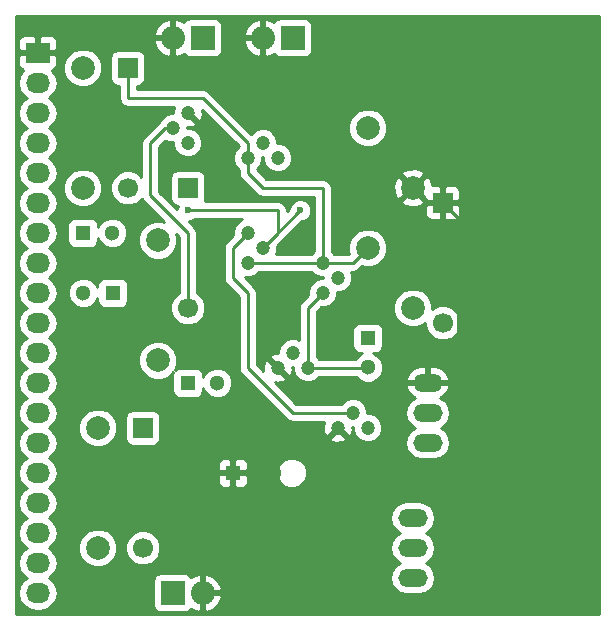
<source format=gbl>
G04 #@! TF.FileFunction,Copper,L2,Bot,Signal*
%FSLAX46Y46*%
G04 Gerber Fmt 4.6, Leading zero omitted, Abs format (unit mm)*
G04 Created by KiCad (PCBNEW 4.0.4+e1-6308~48~ubuntu16.04.1-stable) date Thu Dec  1 19:25:44 2016*
%MOMM*%
%LPD*%
G01*
G04 APERTURE LIST*
%ADD10C,0.100000*%
%ADD11R,2.032000X1.727200*%
%ADD12O,2.032000X1.727200*%
%ADD13C,1.998980*%
%ADD14C,1.699260*%
%ADD15R,1.699260X1.699260*%
%ADD16C,1.200000*%
%ADD17R,1.300000X1.300000*%
%ADD18C,1.300000*%
%ADD19R,2.032000X2.032000*%
%ADD20O,2.032000X2.032000*%
%ADD21O,2.499360X1.501140*%
%ADD22C,0.600000*%
%ADD23C,0.250000*%
%ADD24C,0.254000*%
G04 APERTURE END LIST*
D10*
D11*
X41910000Y-81280000D03*
D12*
X41910000Y-83820000D03*
X41910000Y-86360000D03*
X41910000Y-88900000D03*
X41910000Y-91440000D03*
X41910000Y-93980000D03*
X41910000Y-96520000D03*
X41910000Y-99060000D03*
X41910000Y-101600000D03*
X41910000Y-104140000D03*
X41910000Y-106680000D03*
X41910000Y-109220000D03*
X41910000Y-111760000D03*
X41910000Y-114300000D03*
X41910000Y-116840000D03*
X41910000Y-119380000D03*
X41910000Y-121920000D03*
X41910000Y-124460000D03*
X41910000Y-127000000D03*
D13*
X69850000Y-87630000D03*
X69850000Y-97790000D03*
X73660000Y-92710000D03*
X73660000Y-102870000D03*
X46990000Y-113030000D03*
X46990000Y-123190000D03*
X52070000Y-107315000D03*
X52070000Y-97155000D03*
X45720000Y-82550000D03*
X45720000Y-92710000D03*
D14*
X50802540Y-123190520D03*
D15*
X50802540Y-113030520D03*
D14*
X76202540Y-104140520D03*
D15*
X76202540Y-93980520D03*
D14*
X49532540Y-92710520D03*
D15*
X49532540Y-82550520D03*
D14*
X54612540Y-102870520D03*
D15*
X54612540Y-92710520D03*
D16*
X64770000Y-107950000D03*
X63500000Y-106680000D03*
X62230000Y-107950000D03*
X66040000Y-101600000D03*
X67310000Y-100330000D03*
X66040000Y-99060000D03*
X69850000Y-113030000D03*
X68580000Y-111760000D03*
X67310000Y-113030000D03*
X62230000Y-90170000D03*
X60960000Y-88900000D03*
X59690000Y-90170000D03*
X54610000Y-86360000D03*
X53340000Y-87630000D03*
X54610000Y-88900000D03*
X59690000Y-99060000D03*
X60960000Y-97790000D03*
X59690000Y-96520000D03*
D17*
X48260000Y-101600000D03*
D18*
X45760000Y-101600000D03*
D17*
X54610000Y-109220000D03*
D18*
X57110000Y-109220000D03*
X61920000Y-116840000D03*
D17*
X58420000Y-116840000D03*
X69850000Y-105410000D03*
D18*
X69850000Y-107910000D03*
D17*
X45720000Y-96520000D03*
D18*
X48220000Y-96520000D03*
D19*
X53340000Y-127000000D03*
D20*
X55880000Y-127000000D03*
D19*
X55880000Y-80010000D03*
D20*
X53340000Y-80010000D03*
D19*
X63500000Y-80010000D03*
D20*
X60960000Y-80010000D03*
D21*
X74930000Y-111760000D03*
X74930000Y-114300000D03*
X74930000Y-109220000D03*
X73660000Y-123190000D03*
X73660000Y-120650000D03*
X73660000Y-125730000D03*
D22*
X64135000Y-94615000D03*
X54610000Y-94615000D03*
D23*
X53340000Y-87630000D02*
X52705000Y-87630000D01*
X54612540Y-96522540D02*
X54612540Y-102870520D01*
X51435000Y-93345000D02*
X54612540Y-96522540D01*
X51435000Y-88900000D02*
X51435000Y-93345000D01*
X52705000Y-87630000D02*
X51435000Y-88900000D01*
X64770000Y-107950000D02*
X64770000Y-102870000D01*
X64770000Y-102870000D02*
X66040000Y-101600000D01*
X64770000Y-107950000D02*
X69810000Y-107950000D01*
X69810000Y-107950000D02*
X69850000Y-107910000D01*
X62230000Y-107950000D02*
X64770000Y-110490000D01*
X69850000Y-115570000D02*
X67310000Y-113030000D01*
X71120000Y-114300000D02*
X69850000Y-115570000D01*
X71120000Y-111760000D02*
X71120000Y-114300000D01*
X69850000Y-110490000D02*
X71120000Y-111760000D01*
X64770000Y-110490000D02*
X69850000Y-110490000D01*
X74930000Y-109220000D02*
X74930000Y-107950000D01*
X77470000Y-95247980D02*
X76202540Y-93980520D01*
X77470000Y-105410000D02*
X77470000Y-95247980D01*
X74930000Y-107950000D02*
X77470000Y-105410000D01*
X64135000Y-94615000D02*
X60960000Y-97790000D01*
X60960000Y-97790000D02*
X62230000Y-96520000D01*
X62230000Y-94615000D02*
X54610000Y-94615000D01*
X62230000Y-96520000D02*
X62230000Y-94615000D01*
X68580000Y-111760000D02*
X63500000Y-111760000D01*
X58420000Y-97790000D02*
X59690000Y-96520000D01*
X58420000Y-100330000D02*
X58420000Y-97790000D01*
X59690000Y-101600000D02*
X58420000Y-100330000D01*
X59690000Y-107950000D02*
X59690000Y-101600000D01*
X63500000Y-111760000D02*
X59690000Y-107950000D01*
X49532540Y-82550520D02*
X49532540Y-85092540D01*
X59690000Y-88900000D02*
X59690000Y-90170000D01*
X55880000Y-85090000D02*
X59690000Y-88900000D01*
X49535080Y-85090000D02*
X55880000Y-85090000D01*
X49532540Y-85092540D02*
X49535080Y-85090000D01*
X59690000Y-99060000D02*
X66040000Y-99060000D01*
X66040000Y-99060000D02*
X68580000Y-99060000D01*
X68580000Y-99060000D02*
X69850000Y-97790000D01*
X66040000Y-99060000D02*
X66040000Y-92710000D01*
X59690000Y-90170000D02*
X59690000Y-91440000D01*
X60960000Y-92710000D02*
X66040000Y-92710000D01*
X59690000Y-91440000D02*
X60960000Y-92710000D01*
D24*
G36*
X89460000Y-128830000D02*
X40080000Y-128830000D01*
X40080000Y-83820000D01*
X40226655Y-83820000D01*
X40340729Y-84393489D01*
X40665585Y-84879670D01*
X40980366Y-85090000D01*
X40665585Y-85300330D01*
X40340729Y-85786511D01*
X40226655Y-86360000D01*
X40340729Y-86933489D01*
X40665585Y-87419670D01*
X40980366Y-87630000D01*
X40665585Y-87840330D01*
X40340729Y-88326511D01*
X40226655Y-88900000D01*
X40340729Y-89473489D01*
X40665585Y-89959670D01*
X40980366Y-90170000D01*
X40665585Y-90380330D01*
X40340729Y-90866511D01*
X40226655Y-91440000D01*
X40340729Y-92013489D01*
X40665585Y-92499670D01*
X40980366Y-92710000D01*
X40665585Y-92920330D01*
X40340729Y-93406511D01*
X40226655Y-93980000D01*
X40340729Y-94553489D01*
X40665585Y-95039670D01*
X40980366Y-95250000D01*
X40665585Y-95460330D01*
X40340729Y-95946511D01*
X40226655Y-96520000D01*
X40340729Y-97093489D01*
X40665585Y-97579670D01*
X40980366Y-97790000D01*
X40665585Y-98000330D01*
X40340729Y-98486511D01*
X40226655Y-99060000D01*
X40340729Y-99633489D01*
X40665585Y-100119670D01*
X40980366Y-100330000D01*
X40665585Y-100540330D01*
X40340729Y-101026511D01*
X40226655Y-101600000D01*
X40340729Y-102173489D01*
X40665585Y-102659670D01*
X40980366Y-102870000D01*
X40665585Y-103080330D01*
X40340729Y-103566511D01*
X40226655Y-104140000D01*
X40340729Y-104713489D01*
X40665585Y-105199670D01*
X40980366Y-105410000D01*
X40665585Y-105620330D01*
X40340729Y-106106511D01*
X40226655Y-106680000D01*
X40340729Y-107253489D01*
X40665585Y-107739670D01*
X40980366Y-107950000D01*
X40665585Y-108160330D01*
X40340729Y-108646511D01*
X40226655Y-109220000D01*
X40340729Y-109793489D01*
X40665585Y-110279670D01*
X40980366Y-110490000D01*
X40665585Y-110700330D01*
X40340729Y-111186511D01*
X40226655Y-111760000D01*
X40340729Y-112333489D01*
X40665585Y-112819670D01*
X40980366Y-113030000D01*
X40665585Y-113240330D01*
X40340729Y-113726511D01*
X40226655Y-114300000D01*
X40340729Y-114873489D01*
X40665585Y-115359670D01*
X40980366Y-115570000D01*
X40665585Y-115780330D01*
X40340729Y-116266511D01*
X40226655Y-116840000D01*
X40340729Y-117413489D01*
X40665585Y-117899670D01*
X40980366Y-118110000D01*
X40665585Y-118320330D01*
X40340729Y-118806511D01*
X40226655Y-119380000D01*
X40340729Y-119953489D01*
X40665585Y-120439670D01*
X40980366Y-120650000D01*
X40665585Y-120860330D01*
X40340729Y-121346511D01*
X40226655Y-121920000D01*
X40340729Y-122493489D01*
X40665585Y-122979670D01*
X40980366Y-123190000D01*
X40665585Y-123400330D01*
X40340729Y-123886511D01*
X40226655Y-124460000D01*
X40340729Y-125033489D01*
X40665585Y-125519670D01*
X40980366Y-125730000D01*
X40665585Y-125940330D01*
X40340729Y-126426511D01*
X40226655Y-127000000D01*
X40340729Y-127573489D01*
X40665585Y-128059670D01*
X41151766Y-128384526D01*
X41725255Y-128498600D01*
X42094745Y-128498600D01*
X42668234Y-128384526D01*
X43154415Y-128059670D01*
X43479271Y-127573489D01*
X43593345Y-127000000D01*
X43479271Y-126426511D01*
X43183595Y-125984000D01*
X51676560Y-125984000D01*
X51676560Y-128016000D01*
X51720838Y-128251317D01*
X51859910Y-128467441D01*
X52072110Y-128612431D01*
X52324000Y-128663440D01*
X54356000Y-128663440D01*
X54591317Y-128619162D01*
X54807441Y-128480090D01*
X54907856Y-128333128D01*
X54911621Y-128337188D01*
X55497054Y-128605983D01*
X55753000Y-128487367D01*
X55753000Y-127127000D01*
X56007000Y-127127000D01*
X56007000Y-128487367D01*
X56262946Y-128605983D01*
X56848379Y-128337188D01*
X57286385Y-127864818D01*
X57485975Y-127382944D01*
X57366836Y-127127000D01*
X56007000Y-127127000D01*
X55753000Y-127127000D01*
X55733000Y-127127000D01*
X55733000Y-126873000D01*
X55753000Y-126873000D01*
X55753000Y-125512633D01*
X56007000Y-125512633D01*
X56007000Y-126873000D01*
X57366836Y-126873000D01*
X57485975Y-126617056D01*
X57286385Y-126135182D01*
X56848379Y-125662812D01*
X56262946Y-125394017D01*
X56007000Y-125512633D01*
X55753000Y-125512633D01*
X55497054Y-125394017D01*
X54911621Y-125662812D01*
X54907066Y-125667724D01*
X54820090Y-125532559D01*
X54607890Y-125387569D01*
X54356000Y-125336560D01*
X52324000Y-125336560D01*
X52088683Y-125380838D01*
X51872559Y-125519910D01*
X51727569Y-125732110D01*
X51676560Y-125984000D01*
X43183595Y-125984000D01*
X43154415Y-125940330D01*
X42839634Y-125730000D01*
X43154415Y-125519670D01*
X43479271Y-125033489D01*
X43593345Y-124460000D01*
X43479271Y-123886511D01*
X43230163Y-123513694D01*
X45355226Y-123513694D01*
X45603538Y-124114655D01*
X46062927Y-124574846D01*
X46663453Y-124824206D01*
X47313694Y-124824774D01*
X47914655Y-124576462D01*
X48374846Y-124117073D01*
X48624206Y-123516547D01*
X48624233Y-123484536D01*
X49317652Y-123484536D01*
X49543198Y-124030397D01*
X49960466Y-124448394D01*
X50505933Y-124674892D01*
X51096556Y-124675408D01*
X51642417Y-124449862D01*
X52060414Y-124032594D01*
X52286912Y-123487127D01*
X52287428Y-122896504D01*
X52061882Y-122350643D01*
X51644614Y-121932646D01*
X51099147Y-121706148D01*
X50508524Y-121705632D01*
X49962663Y-121931178D01*
X49544666Y-122348446D01*
X49318168Y-122893913D01*
X49317652Y-123484536D01*
X48624233Y-123484536D01*
X48624774Y-122866306D01*
X48376462Y-122265345D01*
X47917073Y-121805154D01*
X47316547Y-121555794D01*
X46666306Y-121555226D01*
X46065345Y-121803538D01*
X45605154Y-122262927D01*
X45355794Y-122863453D01*
X45355226Y-123513694D01*
X43230163Y-123513694D01*
X43154415Y-123400330D01*
X42839634Y-123190000D01*
X43154415Y-122979670D01*
X43479271Y-122493489D01*
X43593345Y-121920000D01*
X43479271Y-121346511D01*
X43154415Y-120860330D01*
X42839634Y-120650000D01*
X71738397Y-120650000D01*
X71843867Y-121180235D01*
X72144221Y-121629746D01*
X72578616Y-121920000D01*
X72144221Y-122210254D01*
X71843867Y-122659765D01*
X71738397Y-123190000D01*
X71843867Y-123720235D01*
X72144221Y-124169746D01*
X72578616Y-124460000D01*
X72144221Y-124750254D01*
X71843867Y-125199765D01*
X71738397Y-125730000D01*
X71843867Y-126260235D01*
X72144221Y-126709746D01*
X72593732Y-127010100D01*
X73123967Y-127115570D01*
X74196033Y-127115570D01*
X74726268Y-127010100D01*
X75175779Y-126709746D01*
X75476133Y-126260235D01*
X75581603Y-125730000D01*
X75476133Y-125199765D01*
X75175779Y-124750254D01*
X74741384Y-124460000D01*
X75175779Y-124169746D01*
X75476133Y-123720235D01*
X75581603Y-123190000D01*
X75476133Y-122659765D01*
X75175779Y-122210254D01*
X74741384Y-121920000D01*
X75175779Y-121629746D01*
X75476133Y-121180235D01*
X75581603Y-120650000D01*
X75476133Y-120119765D01*
X75175779Y-119670254D01*
X74726268Y-119369900D01*
X74196033Y-119264430D01*
X73123967Y-119264430D01*
X72593732Y-119369900D01*
X72144221Y-119670254D01*
X71843867Y-120119765D01*
X71738397Y-120650000D01*
X42839634Y-120650000D01*
X43154415Y-120439670D01*
X43479271Y-119953489D01*
X43593345Y-119380000D01*
X43479271Y-118806511D01*
X43154415Y-118320330D01*
X42839634Y-118110000D01*
X43154415Y-117899670D01*
X43479271Y-117413489D01*
X43536505Y-117125750D01*
X57135000Y-117125750D01*
X57135000Y-117616310D01*
X57231673Y-117849699D01*
X57410302Y-118028327D01*
X57643691Y-118125000D01*
X58134250Y-118125000D01*
X58293000Y-117966250D01*
X58293000Y-116967000D01*
X58547000Y-116967000D01*
X58547000Y-117966250D01*
X58705750Y-118125000D01*
X59196309Y-118125000D01*
X59429698Y-118028327D01*
X59608327Y-117849699D01*
X59705000Y-117616310D01*
X59705000Y-117125750D01*
X59673731Y-117094481D01*
X62134777Y-117094481D01*
X62329995Y-117566943D01*
X62691155Y-117928735D01*
X63163276Y-118124777D01*
X63674481Y-118125223D01*
X64146943Y-117930005D01*
X64508735Y-117568845D01*
X64704777Y-117096724D01*
X64705223Y-116585519D01*
X64510005Y-116113057D01*
X64148845Y-115751265D01*
X63676724Y-115555223D01*
X63165519Y-115554777D01*
X62693057Y-115749995D01*
X62331265Y-116111155D01*
X62135223Y-116583276D01*
X62134777Y-117094481D01*
X59673731Y-117094481D01*
X59546250Y-116967000D01*
X58547000Y-116967000D01*
X58293000Y-116967000D01*
X57293750Y-116967000D01*
X57135000Y-117125750D01*
X43536505Y-117125750D01*
X43593345Y-116840000D01*
X43479271Y-116266511D01*
X43343751Y-116063690D01*
X57135000Y-116063690D01*
X57135000Y-116554250D01*
X57293750Y-116713000D01*
X58293000Y-116713000D01*
X58293000Y-115713750D01*
X58547000Y-115713750D01*
X58547000Y-116713000D01*
X59546250Y-116713000D01*
X59705000Y-116554250D01*
X59705000Y-116063690D01*
X59608327Y-115830301D01*
X59429698Y-115651673D01*
X59196309Y-115555000D01*
X58705750Y-115555000D01*
X58547000Y-115713750D01*
X58293000Y-115713750D01*
X58134250Y-115555000D01*
X57643691Y-115555000D01*
X57410302Y-115651673D01*
X57231673Y-115830301D01*
X57135000Y-116063690D01*
X43343751Y-116063690D01*
X43154415Y-115780330D01*
X42839634Y-115570000D01*
X43154415Y-115359670D01*
X43479271Y-114873489D01*
X43593345Y-114300000D01*
X43479271Y-113726511D01*
X43230163Y-113353694D01*
X45355226Y-113353694D01*
X45603538Y-113954655D01*
X46062927Y-114414846D01*
X46663453Y-114664206D01*
X47313694Y-114664774D01*
X47914655Y-114416462D01*
X48374846Y-113957073D01*
X48624206Y-113356547D01*
X48624774Y-112706306D01*
X48407677Y-112180890D01*
X49305470Y-112180890D01*
X49305470Y-113880150D01*
X49349748Y-114115467D01*
X49488820Y-114331591D01*
X49701020Y-114476581D01*
X49952910Y-114527590D01*
X51652170Y-114527590D01*
X51887487Y-114483312D01*
X52103611Y-114344240D01*
X52248601Y-114132040D01*
X52297061Y-113892735D01*
X66626870Y-113892735D01*
X66676383Y-114118164D01*
X67141036Y-114277807D01*
X67631413Y-114247482D01*
X67943617Y-114118164D01*
X67993130Y-113892735D01*
X67310000Y-113209605D01*
X66626870Y-113892735D01*
X52297061Y-113892735D01*
X52299610Y-113880150D01*
X52299610Y-112180890D01*
X52255332Y-111945573D01*
X52116260Y-111729449D01*
X51904060Y-111584459D01*
X51652170Y-111533450D01*
X49952910Y-111533450D01*
X49717593Y-111577728D01*
X49501469Y-111716800D01*
X49356479Y-111929000D01*
X49305470Y-112180890D01*
X48407677Y-112180890D01*
X48376462Y-112105345D01*
X47917073Y-111645154D01*
X47316547Y-111395794D01*
X46666306Y-111395226D01*
X46065345Y-111643538D01*
X45605154Y-112102927D01*
X45355794Y-112703453D01*
X45355226Y-113353694D01*
X43230163Y-113353694D01*
X43154415Y-113240330D01*
X42839634Y-113030000D01*
X43154415Y-112819670D01*
X43479271Y-112333489D01*
X43593345Y-111760000D01*
X43479271Y-111186511D01*
X43154415Y-110700330D01*
X42839634Y-110490000D01*
X43154415Y-110279670D01*
X43479271Y-109793489D01*
X43593345Y-109220000D01*
X43479271Y-108646511D01*
X43154415Y-108160330D01*
X42839634Y-107950000D01*
X43154415Y-107739670D01*
X43221885Y-107638694D01*
X50435226Y-107638694D01*
X50683538Y-108239655D01*
X51142927Y-108699846D01*
X51743453Y-108949206D01*
X52393694Y-108949774D01*
X52994655Y-108701462D01*
X53359741Y-108337012D01*
X53312560Y-108570000D01*
X53312560Y-109870000D01*
X53356838Y-110105317D01*
X53495910Y-110321441D01*
X53708110Y-110466431D01*
X53960000Y-110517440D01*
X55260000Y-110517440D01*
X55495317Y-110473162D01*
X55711441Y-110334090D01*
X55856431Y-110121890D01*
X55907440Y-109870000D01*
X55907440Y-109674540D01*
X56019995Y-109946943D01*
X56381155Y-110308735D01*
X56853276Y-110504777D01*
X57364481Y-110505223D01*
X57836943Y-110310005D01*
X58198735Y-109948845D01*
X58394777Y-109476724D01*
X58395223Y-108965519D01*
X58200005Y-108493057D01*
X57838845Y-108131265D01*
X57366724Y-107935223D01*
X56855519Y-107934777D01*
X56383057Y-108129995D01*
X56021265Y-108491155D01*
X55907440Y-108765276D01*
X55907440Y-108570000D01*
X55863162Y-108334683D01*
X55724090Y-108118559D01*
X55511890Y-107973569D01*
X55260000Y-107922560D01*
X53960000Y-107922560D01*
X53724683Y-107966838D01*
X53512416Y-108103428D01*
X53704206Y-107641547D01*
X53704774Y-106991306D01*
X53456462Y-106390345D01*
X52997073Y-105930154D01*
X52396547Y-105680794D01*
X51746306Y-105680226D01*
X51145345Y-105928538D01*
X50685154Y-106387927D01*
X50435794Y-106988453D01*
X50435226Y-107638694D01*
X43221885Y-107638694D01*
X43479271Y-107253489D01*
X43593345Y-106680000D01*
X43479271Y-106106511D01*
X43154415Y-105620330D01*
X42839634Y-105410000D01*
X43154415Y-105199670D01*
X43479271Y-104713489D01*
X43593345Y-104140000D01*
X43479271Y-103566511D01*
X43154415Y-103080330D01*
X42839634Y-102870000D01*
X43154415Y-102659670D01*
X43479271Y-102173489D01*
X43542725Y-101854481D01*
X44474777Y-101854481D01*
X44669995Y-102326943D01*
X45031155Y-102688735D01*
X45503276Y-102884777D01*
X46014481Y-102885223D01*
X46486943Y-102690005D01*
X46848735Y-102328845D01*
X46962560Y-102054724D01*
X46962560Y-102250000D01*
X47006838Y-102485317D01*
X47145910Y-102701441D01*
X47358110Y-102846431D01*
X47610000Y-102897440D01*
X48910000Y-102897440D01*
X49145317Y-102853162D01*
X49361441Y-102714090D01*
X49506431Y-102501890D01*
X49557440Y-102250000D01*
X49557440Y-100950000D01*
X49513162Y-100714683D01*
X49374090Y-100498559D01*
X49161890Y-100353569D01*
X48910000Y-100302560D01*
X47610000Y-100302560D01*
X47374683Y-100346838D01*
X47158559Y-100485910D01*
X47013569Y-100698110D01*
X46962560Y-100950000D01*
X46962560Y-101145460D01*
X46850005Y-100873057D01*
X46488845Y-100511265D01*
X46016724Y-100315223D01*
X45505519Y-100314777D01*
X45033057Y-100509995D01*
X44671265Y-100871155D01*
X44475223Y-101343276D01*
X44474777Y-101854481D01*
X43542725Y-101854481D01*
X43593345Y-101600000D01*
X43479271Y-101026511D01*
X43154415Y-100540330D01*
X42839634Y-100330000D01*
X43154415Y-100119670D01*
X43479271Y-99633489D01*
X43593345Y-99060000D01*
X43479271Y-98486511D01*
X43154415Y-98000330D01*
X42839634Y-97790000D01*
X43154415Y-97579670D01*
X43479271Y-97093489D01*
X43593345Y-96520000D01*
X43479271Y-95946511D01*
X43428148Y-95870000D01*
X44422560Y-95870000D01*
X44422560Y-97170000D01*
X44466838Y-97405317D01*
X44605910Y-97621441D01*
X44818110Y-97766431D01*
X45070000Y-97817440D01*
X46370000Y-97817440D01*
X46605317Y-97773162D01*
X46821441Y-97634090D01*
X46966431Y-97421890D01*
X47017440Y-97170000D01*
X47017440Y-96974540D01*
X47129995Y-97246943D01*
X47491155Y-97608735D01*
X47963276Y-97804777D01*
X48474481Y-97805223D01*
X48946943Y-97610005D01*
X49308735Y-97248845D01*
X49504777Y-96776724D01*
X49505223Y-96265519D01*
X49310005Y-95793057D01*
X48948845Y-95431265D01*
X48476724Y-95235223D01*
X47965519Y-95234777D01*
X47493057Y-95429995D01*
X47131265Y-95791155D01*
X47017440Y-96065276D01*
X47017440Y-95870000D01*
X46973162Y-95634683D01*
X46834090Y-95418559D01*
X46621890Y-95273569D01*
X46370000Y-95222560D01*
X45070000Y-95222560D01*
X44834683Y-95266838D01*
X44618559Y-95405910D01*
X44473569Y-95618110D01*
X44422560Y-95870000D01*
X43428148Y-95870000D01*
X43154415Y-95460330D01*
X42839634Y-95250000D01*
X43154415Y-95039670D01*
X43479271Y-94553489D01*
X43593345Y-93980000D01*
X43479271Y-93406511D01*
X43230163Y-93033694D01*
X44085226Y-93033694D01*
X44333538Y-93634655D01*
X44792927Y-94094846D01*
X45393453Y-94344206D01*
X46043694Y-94344774D01*
X46644655Y-94096462D01*
X47104846Y-93637073D01*
X47354206Y-93036547D01*
X47354774Y-92386306D01*
X47106462Y-91785345D01*
X46647073Y-91325154D01*
X46046547Y-91075794D01*
X45396306Y-91075226D01*
X44795345Y-91323538D01*
X44335154Y-91782927D01*
X44085794Y-92383453D01*
X44085226Y-93033694D01*
X43230163Y-93033694D01*
X43154415Y-92920330D01*
X42839634Y-92710000D01*
X43154415Y-92499670D01*
X43479271Y-92013489D01*
X43593345Y-91440000D01*
X43479271Y-90866511D01*
X43154415Y-90380330D01*
X42839634Y-90170000D01*
X43154415Y-89959670D01*
X43479271Y-89473489D01*
X43593345Y-88900000D01*
X43479271Y-88326511D01*
X43154415Y-87840330D01*
X42839634Y-87630000D01*
X43154415Y-87419670D01*
X43479271Y-86933489D01*
X43593345Y-86360000D01*
X43479271Y-85786511D01*
X43154415Y-85300330D01*
X42839634Y-85090000D01*
X43154415Y-84879670D01*
X43479271Y-84393489D01*
X43593345Y-83820000D01*
X43479271Y-83246511D01*
X43230163Y-82873694D01*
X44085226Y-82873694D01*
X44333538Y-83474655D01*
X44792927Y-83934846D01*
X45393453Y-84184206D01*
X46043694Y-84184774D01*
X46644655Y-83936462D01*
X47104846Y-83477073D01*
X47354206Y-82876547D01*
X47354774Y-82226306D01*
X47137677Y-81700890D01*
X48035470Y-81700890D01*
X48035470Y-83400150D01*
X48079748Y-83635467D01*
X48218820Y-83851591D01*
X48431020Y-83996581D01*
X48682910Y-84047590D01*
X48772540Y-84047590D01*
X48772540Y-85092540D01*
X48830392Y-85383379D01*
X48995139Y-85629941D01*
X49241701Y-85794688D01*
X49532540Y-85852540D01*
X49545309Y-85850000D01*
X53479364Y-85850000D01*
X53362193Y-86191036D01*
X53374808Y-86395030D01*
X53095421Y-86394786D01*
X52641343Y-86582408D01*
X52293629Y-86929515D01*
X52248302Y-87038675D01*
X52167599Y-87092599D01*
X50897599Y-88362599D01*
X50732852Y-88609161D01*
X50675000Y-88900000D01*
X50675000Y-91753557D01*
X50374614Y-91452646D01*
X49829147Y-91226148D01*
X49238524Y-91225632D01*
X48692663Y-91451178D01*
X48274666Y-91868446D01*
X48048168Y-92413913D01*
X48047652Y-93004536D01*
X48273198Y-93550397D01*
X48690466Y-93968394D01*
X49235933Y-94194892D01*
X49826556Y-94195408D01*
X50372417Y-93969862D01*
X50728573Y-93614327D01*
X50732852Y-93635839D01*
X50897599Y-93882401D01*
X52635011Y-95619813D01*
X52396547Y-95520794D01*
X51746306Y-95520226D01*
X51145345Y-95768538D01*
X50685154Y-96227927D01*
X50435794Y-96828453D01*
X50435226Y-97478694D01*
X50683538Y-98079655D01*
X51142927Y-98539846D01*
X51743453Y-98789206D01*
X52393694Y-98789774D01*
X52994655Y-98541462D01*
X53454846Y-98082073D01*
X53704206Y-97481547D01*
X53704774Y-96831306D01*
X53604977Y-96589779D01*
X53852540Y-96837342D01*
X53852540Y-101578173D01*
X53772663Y-101611178D01*
X53354666Y-102028446D01*
X53128168Y-102573913D01*
X53127652Y-103164536D01*
X53353198Y-103710397D01*
X53770466Y-104128394D01*
X54315933Y-104354892D01*
X54906556Y-104355408D01*
X55452417Y-104129862D01*
X55870414Y-103712594D01*
X56096912Y-103167127D01*
X56097428Y-102576504D01*
X55871882Y-102030643D01*
X55454614Y-101612646D01*
X55372540Y-101578566D01*
X55372540Y-96522540D01*
X55314688Y-96231701D01*
X55149941Y-95985139D01*
X54714894Y-95550092D01*
X54795167Y-95550162D01*
X55138943Y-95408117D01*
X55172118Y-95375000D01*
X59227087Y-95375000D01*
X58991343Y-95472408D01*
X58643629Y-95819515D01*
X58455215Y-96273266D01*
X58454860Y-96680338D01*
X57882599Y-97252599D01*
X57717852Y-97499161D01*
X57660000Y-97790000D01*
X57660000Y-100330000D01*
X57717852Y-100620839D01*
X57882599Y-100867401D01*
X58930000Y-101914802D01*
X58930000Y-107950000D01*
X58987852Y-108240839D01*
X59152599Y-108487401D01*
X62962599Y-112297401D01*
X63209161Y-112462148D01*
X63500000Y-112520000D01*
X66179364Y-112520000D01*
X66062193Y-112861036D01*
X66092518Y-113351413D01*
X66221836Y-113663617D01*
X66447265Y-113713130D01*
X67130395Y-113030000D01*
X67116253Y-113015858D01*
X67295858Y-112836253D01*
X67310000Y-112850395D01*
X67324143Y-112836253D01*
X67503748Y-113015858D01*
X67489605Y-113030000D01*
X68172735Y-113713130D01*
X68398164Y-113663617D01*
X68557807Y-113198964D01*
X68545192Y-112994970D01*
X68615030Y-112995031D01*
X68614786Y-113274579D01*
X68802408Y-113728657D01*
X69149515Y-114076371D01*
X69603266Y-114264785D01*
X70094579Y-114265214D01*
X70548657Y-114077592D01*
X70896371Y-113730485D01*
X71084785Y-113276734D01*
X71085214Y-112785421D01*
X70897592Y-112331343D01*
X70550485Y-111983629D01*
X70096734Y-111795215D01*
X69814970Y-111794969D01*
X69815000Y-111760000D01*
X73008397Y-111760000D01*
X73113867Y-112290235D01*
X73414221Y-112739746D01*
X73848616Y-113030000D01*
X73414221Y-113320254D01*
X73113867Y-113769765D01*
X73008397Y-114300000D01*
X73113867Y-114830235D01*
X73414221Y-115279746D01*
X73863732Y-115580100D01*
X74393967Y-115685570D01*
X75466033Y-115685570D01*
X75996268Y-115580100D01*
X76445779Y-115279746D01*
X76746133Y-114830235D01*
X76851603Y-114300000D01*
X76746133Y-113769765D01*
X76445779Y-113320254D01*
X76011384Y-113030000D01*
X76445779Y-112739746D01*
X76746133Y-112290235D01*
X76851603Y-111760000D01*
X76746133Y-111229765D01*
X76445779Y-110780254D01*
X75996268Y-110479900D01*
X75986968Y-110478050D01*
X76076677Y-110451499D01*
X76498658Y-110109944D01*
X76757810Y-109632903D01*
X76771993Y-109561275D01*
X76649339Y-109347000D01*
X75057000Y-109347000D01*
X75057000Y-109367000D01*
X74803000Y-109367000D01*
X74803000Y-109347000D01*
X73210661Y-109347000D01*
X73088007Y-109561275D01*
X73102190Y-109632903D01*
X73361342Y-110109944D01*
X73783323Y-110451499D01*
X73873032Y-110478050D01*
X73863732Y-110479900D01*
X73414221Y-110780254D01*
X73113867Y-111229765D01*
X73008397Y-111760000D01*
X69815000Y-111760000D01*
X69815214Y-111515421D01*
X69627592Y-111061343D01*
X69280485Y-110713629D01*
X68826734Y-110525215D01*
X68335421Y-110524786D01*
X67881343Y-110712408D01*
X67593248Y-111000000D01*
X63814802Y-111000000D01*
X61987262Y-109172460D01*
X62061036Y-109197807D01*
X62551413Y-109167482D01*
X62863617Y-109038164D01*
X62913130Y-108812735D01*
X62230000Y-108129605D01*
X62215858Y-108143748D01*
X62036253Y-107964143D01*
X62050395Y-107950000D01*
X61367265Y-107266870D01*
X61141836Y-107316383D01*
X60982193Y-107781036D01*
X61007660Y-108192858D01*
X60450000Y-107635198D01*
X60450000Y-101600000D01*
X60392148Y-101309161D01*
X60392148Y-101309160D01*
X60227401Y-101062599D01*
X59459601Y-100294799D01*
X59934579Y-100295214D01*
X60388657Y-100107592D01*
X60676752Y-99820000D01*
X65053644Y-99820000D01*
X65339515Y-100106371D01*
X65793266Y-100294785D01*
X66075030Y-100295031D01*
X66074969Y-100365030D01*
X65795421Y-100364786D01*
X65341343Y-100552408D01*
X64993629Y-100899515D01*
X64805215Y-101353266D01*
X64804860Y-101760338D01*
X64232599Y-102332599D01*
X64067852Y-102579161D01*
X64010000Y-102870000D01*
X64010000Y-105554533D01*
X63746734Y-105445215D01*
X63255421Y-105444786D01*
X62801343Y-105632408D01*
X62453629Y-105979515D01*
X62265215Y-106433266D01*
X62264973Y-106710479D01*
X61908587Y-106732518D01*
X61596383Y-106861836D01*
X61546870Y-107087265D01*
X62230000Y-107770395D01*
X62244143Y-107756253D01*
X62423748Y-107935858D01*
X62409605Y-107950000D01*
X63092735Y-108633130D01*
X63318164Y-108583617D01*
X63477807Y-108118964D01*
X63465192Y-107914970D01*
X63535030Y-107915031D01*
X63534786Y-108194579D01*
X63722408Y-108648657D01*
X64069515Y-108996371D01*
X64523266Y-109184785D01*
X65014579Y-109185214D01*
X65468657Y-108997592D01*
X65756752Y-108710000D01*
X68832924Y-108710000D01*
X69121155Y-108998735D01*
X69593276Y-109194777D01*
X70104481Y-109195223D01*
X70576943Y-109000005D01*
X70698435Y-108878725D01*
X73088007Y-108878725D01*
X73210661Y-109093000D01*
X74803000Y-109093000D01*
X74803000Y-107834430D01*
X75057000Y-107834430D01*
X75057000Y-109093000D01*
X76649339Y-109093000D01*
X76771993Y-108878725D01*
X76757810Y-108807097D01*
X76498658Y-108330056D01*
X76076677Y-107988501D01*
X75556110Y-107834430D01*
X75057000Y-107834430D01*
X74803000Y-107834430D01*
X74303890Y-107834430D01*
X73783323Y-107988501D01*
X73361342Y-108330056D01*
X73102190Y-108807097D01*
X73088007Y-108878725D01*
X70698435Y-108878725D01*
X70938735Y-108638845D01*
X71134777Y-108166724D01*
X71135223Y-107655519D01*
X70940005Y-107183057D01*
X70578845Y-106821265D01*
X70304724Y-106707440D01*
X70500000Y-106707440D01*
X70735317Y-106663162D01*
X70951441Y-106524090D01*
X71096431Y-106311890D01*
X71147440Y-106060000D01*
X71147440Y-104760000D01*
X71103162Y-104524683D01*
X70964090Y-104308559D01*
X70751890Y-104163569D01*
X70500000Y-104112560D01*
X69200000Y-104112560D01*
X68964683Y-104156838D01*
X68748559Y-104295910D01*
X68603569Y-104508110D01*
X68552560Y-104760000D01*
X68552560Y-106060000D01*
X68596838Y-106295317D01*
X68735910Y-106511441D01*
X68948110Y-106656431D01*
X69200000Y-106707440D01*
X69395460Y-106707440D01*
X69123057Y-106819995D01*
X68761265Y-107181155D01*
X68757592Y-107190000D01*
X65756356Y-107190000D01*
X65530000Y-106963248D01*
X65530000Y-103193694D01*
X72025226Y-103193694D01*
X72273538Y-103794655D01*
X72732927Y-104254846D01*
X73333453Y-104504206D01*
X73983694Y-104504774D01*
X74584655Y-104256462D01*
X74717924Y-104123425D01*
X74717652Y-104434536D01*
X74943198Y-104980397D01*
X75360466Y-105398394D01*
X75905933Y-105624892D01*
X76496556Y-105625408D01*
X77042417Y-105399862D01*
X77460414Y-104982594D01*
X77686912Y-104437127D01*
X77687428Y-103846504D01*
X77461882Y-103300643D01*
X77044614Y-102882646D01*
X76499147Y-102656148D01*
X75908524Y-102655632D01*
X75362663Y-102881178D01*
X75294422Y-102949300D01*
X75294774Y-102546306D01*
X75046462Y-101945345D01*
X74587073Y-101485154D01*
X73986547Y-101235794D01*
X73336306Y-101235226D01*
X72735345Y-101483538D01*
X72275154Y-101942927D01*
X72025794Y-102543453D01*
X72025226Y-103193694D01*
X65530000Y-103193694D01*
X65530000Y-103184802D01*
X65879941Y-102834861D01*
X66284579Y-102835214D01*
X66738657Y-102647592D01*
X67086371Y-102300485D01*
X67274785Y-101846734D01*
X67275031Y-101564970D01*
X67554579Y-101565214D01*
X68008657Y-101377592D01*
X68356371Y-101030485D01*
X68544785Y-100576734D01*
X68545214Y-100085421D01*
X68435544Y-99820000D01*
X68580000Y-99820000D01*
X68870839Y-99762148D01*
X69117401Y-99597401D01*
X69358917Y-99355885D01*
X69523453Y-99424206D01*
X70173694Y-99424774D01*
X70774655Y-99176462D01*
X71234846Y-98717073D01*
X71484206Y-98116547D01*
X71484774Y-97466306D01*
X71236462Y-96865345D01*
X70777073Y-96405154D01*
X70176547Y-96155794D01*
X69526306Y-96155226D01*
X68925345Y-96403538D01*
X68465154Y-96862927D01*
X68215794Y-97463453D01*
X68215226Y-98113694D01*
X68284309Y-98280889D01*
X68265198Y-98300000D01*
X67026356Y-98300000D01*
X66800000Y-98073248D01*
X66800000Y-93862163D01*
X72687443Y-93862163D01*
X72786042Y-94128965D01*
X73395582Y-94355401D01*
X74045377Y-94331341D01*
X74202472Y-94266270D01*
X74717910Y-94266270D01*
X74717910Y-94956459D01*
X74814583Y-95189848D01*
X74993211Y-95368477D01*
X75226600Y-95465150D01*
X75916790Y-95465150D01*
X76075540Y-95306400D01*
X76075540Y-94107520D01*
X76329540Y-94107520D01*
X76329540Y-95306400D01*
X76488290Y-95465150D01*
X77178480Y-95465150D01*
X77411869Y-95368477D01*
X77590497Y-95189848D01*
X77687170Y-94956459D01*
X77687170Y-94266270D01*
X77528420Y-94107520D01*
X76329540Y-94107520D01*
X76075540Y-94107520D01*
X74876660Y-94107520D01*
X74717910Y-94266270D01*
X74202472Y-94266270D01*
X74533958Y-94128965D01*
X74632557Y-93862163D01*
X73660000Y-92889605D01*
X72687443Y-93862163D01*
X66800000Y-93862163D01*
X66800000Y-92710000D01*
X66747404Y-92445582D01*
X72014599Y-92445582D01*
X72038659Y-93095377D01*
X72241035Y-93583958D01*
X72507837Y-93682557D01*
X73480395Y-92710000D01*
X73839605Y-92710000D01*
X74717910Y-93588304D01*
X74717910Y-93694770D01*
X74876660Y-93853520D01*
X76075540Y-93853520D01*
X76075540Y-92654640D01*
X76329540Y-92654640D01*
X76329540Y-93853520D01*
X77528420Y-93853520D01*
X77687170Y-93694770D01*
X77687170Y-93004581D01*
X77590497Y-92771192D01*
X77411869Y-92592563D01*
X77178480Y-92495890D01*
X76488290Y-92495890D01*
X76329540Y-92654640D01*
X76075540Y-92654640D01*
X75916790Y-92495890D01*
X75287683Y-92495890D01*
X75281341Y-92324623D01*
X75078965Y-91836042D01*
X74812163Y-91737443D01*
X73839605Y-92710000D01*
X73480395Y-92710000D01*
X72507837Y-91737443D01*
X72241035Y-91836042D01*
X72014599Y-92445582D01*
X66747404Y-92445582D01*
X66742148Y-92419161D01*
X66577401Y-92172599D01*
X66330839Y-92007852D01*
X66040000Y-91950000D01*
X61274802Y-91950000D01*
X60882639Y-91557837D01*
X72687443Y-91557837D01*
X73660000Y-92530395D01*
X74632557Y-91557837D01*
X74533958Y-91291035D01*
X73924418Y-91064599D01*
X73274623Y-91088659D01*
X72786042Y-91291035D01*
X72687443Y-91557837D01*
X60882639Y-91557837D01*
X60465593Y-91140791D01*
X60736371Y-90870485D01*
X60924785Y-90416734D01*
X60925031Y-90134970D01*
X60995030Y-90135031D01*
X60994786Y-90414579D01*
X61182408Y-90868657D01*
X61529515Y-91216371D01*
X61983266Y-91404785D01*
X62474579Y-91405214D01*
X62928657Y-91217592D01*
X63276371Y-90870485D01*
X63464785Y-90416734D01*
X63465214Y-89925421D01*
X63277592Y-89471343D01*
X62930485Y-89123629D01*
X62476734Y-88935215D01*
X62194970Y-88934969D01*
X62195214Y-88655421D01*
X62007592Y-88201343D01*
X61760376Y-87953694D01*
X68215226Y-87953694D01*
X68463538Y-88554655D01*
X68922927Y-89014846D01*
X69523453Y-89264206D01*
X70173694Y-89264774D01*
X70774655Y-89016462D01*
X71234846Y-88557073D01*
X71484206Y-87956547D01*
X71484774Y-87306306D01*
X71236462Y-86705345D01*
X70777073Y-86245154D01*
X70176547Y-85995794D01*
X69526306Y-85995226D01*
X68925345Y-86243538D01*
X68465154Y-86702927D01*
X68215794Y-87303453D01*
X68215226Y-87953694D01*
X61760376Y-87953694D01*
X61660485Y-87853629D01*
X61206734Y-87665215D01*
X60715421Y-87664786D01*
X60261343Y-87852408D01*
X59989039Y-88124237D01*
X56417401Y-84552599D01*
X56170839Y-84387852D01*
X55880000Y-84330000D01*
X50292540Y-84330000D01*
X50292540Y-84047590D01*
X50382170Y-84047590D01*
X50617487Y-84003312D01*
X50833611Y-83864240D01*
X50978601Y-83652040D01*
X51029610Y-83400150D01*
X51029610Y-81700890D01*
X50985332Y-81465573D01*
X50846260Y-81249449D01*
X50634060Y-81104459D01*
X50382170Y-81053450D01*
X48682910Y-81053450D01*
X48447593Y-81097728D01*
X48231469Y-81236800D01*
X48086479Y-81449000D01*
X48035470Y-81700890D01*
X47137677Y-81700890D01*
X47106462Y-81625345D01*
X46647073Y-81165154D01*
X46046547Y-80915794D01*
X45396306Y-80915226D01*
X44795345Y-81163538D01*
X44335154Y-81622927D01*
X44085794Y-82223453D01*
X44085226Y-82873694D01*
X43230163Y-82873694D01*
X43154415Y-82760330D01*
X43132220Y-82745500D01*
X43285699Y-82681927D01*
X43464327Y-82503298D01*
X43561000Y-82269909D01*
X43561000Y-81565750D01*
X43402250Y-81407000D01*
X42037000Y-81407000D01*
X42037000Y-81427000D01*
X41783000Y-81427000D01*
X41783000Y-81407000D01*
X40417750Y-81407000D01*
X40259000Y-81565750D01*
X40259000Y-82269909D01*
X40355673Y-82503298D01*
X40534301Y-82681927D01*
X40687780Y-82745500D01*
X40665585Y-82760330D01*
X40340729Y-83246511D01*
X40226655Y-83820000D01*
X40080000Y-83820000D01*
X40080000Y-80290091D01*
X40259000Y-80290091D01*
X40259000Y-80994250D01*
X40417750Y-81153000D01*
X41783000Y-81153000D01*
X41783000Y-79940150D01*
X42037000Y-79940150D01*
X42037000Y-81153000D01*
X43402250Y-81153000D01*
X43561000Y-80994250D01*
X43561000Y-80392944D01*
X51734025Y-80392944D01*
X51933615Y-80874818D01*
X52371621Y-81347188D01*
X52957054Y-81615983D01*
X53213000Y-81497367D01*
X53213000Y-80137000D01*
X51853164Y-80137000D01*
X51734025Y-80392944D01*
X43561000Y-80392944D01*
X43561000Y-80290091D01*
X43464327Y-80056702D01*
X43285699Y-79878073D01*
X43052310Y-79781400D01*
X42195750Y-79781400D01*
X42037000Y-79940150D01*
X41783000Y-79940150D01*
X41624250Y-79781400D01*
X40767690Y-79781400D01*
X40534301Y-79878073D01*
X40355673Y-80056702D01*
X40259000Y-80290091D01*
X40080000Y-80290091D01*
X40080000Y-79627056D01*
X51734025Y-79627056D01*
X51853164Y-79883000D01*
X53213000Y-79883000D01*
X53213000Y-78522633D01*
X53467000Y-78522633D01*
X53467000Y-79883000D01*
X53487000Y-79883000D01*
X53487000Y-80137000D01*
X53467000Y-80137000D01*
X53467000Y-81497367D01*
X53722946Y-81615983D01*
X54308379Y-81347188D01*
X54312934Y-81342276D01*
X54399910Y-81477441D01*
X54612110Y-81622431D01*
X54864000Y-81673440D01*
X56896000Y-81673440D01*
X57131317Y-81629162D01*
X57347441Y-81490090D01*
X57492431Y-81277890D01*
X57543440Y-81026000D01*
X57543440Y-80392944D01*
X59354025Y-80392944D01*
X59553615Y-80874818D01*
X59991621Y-81347188D01*
X60577054Y-81615983D01*
X60833000Y-81497367D01*
X60833000Y-80137000D01*
X59473164Y-80137000D01*
X59354025Y-80392944D01*
X57543440Y-80392944D01*
X57543440Y-79627056D01*
X59354025Y-79627056D01*
X59473164Y-79883000D01*
X60833000Y-79883000D01*
X60833000Y-78522633D01*
X61087000Y-78522633D01*
X61087000Y-79883000D01*
X61107000Y-79883000D01*
X61107000Y-80137000D01*
X61087000Y-80137000D01*
X61087000Y-81497367D01*
X61342946Y-81615983D01*
X61928379Y-81347188D01*
X61932934Y-81342276D01*
X62019910Y-81477441D01*
X62232110Y-81622431D01*
X62484000Y-81673440D01*
X64516000Y-81673440D01*
X64751317Y-81629162D01*
X64967441Y-81490090D01*
X65112431Y-81277890D01*
X65163440Y-81026000D01*
X65163440Y-78994000D01*
X65119162Y-78758683D01*
X64980090Y-78542559D01*
X64767890Y-78397569D01*
X64516000Y-78346560D01*
X62484000Y-78346560D01*
X62248683Y-78390838D01*
X62032559Y-78529910D01*
X61932144Y-78676872D01*
X61928379Y-78672812D01*
X61342946Y-78404017D01*
X61087000Y-78522633D01*
X60833000Y-78522633D01*
X60577054Y-78404017D01*
X59991621Y-78672812D01*
X59553615Y-79145182D01*
X59354025Y-79627056D01*
X57543440Y-79627056D01*
X57543440Y-78994000D01*
X57499162Y-78758683D01*
X57360090Y-78542559D01*
X57147890Y-78397569D01*
X56896000Y-78346560D01*
X54864000Y-78346560D01*
X54628683Y-78390838D01*
X54412559Y-78529910D01*
X54312144Y-78676872D01*
X54308379Y-78672812D01*
X53722946Y-78404017D01*
X53467000Y-78522633D01*
X53213000Y-78522633D01*
X52957054Y-78404017D01*
X52371621Y-78672812D01*
X51933615Y-79145182D01*
X51734025Y-79627056D01*
X40080000Y-79627056D01*
X40080000Y-78180000D01*
X89460000Y-78180000D01*
X89460000Y-128830000D01*
X89460000Y-128830000D01*
G37*
X89460000Y-128830000D02*
X40080000Y-128830000D01*
X40080000Y-83820000D01*
X40226655Y-83820000D01*
X40340729Y-84393489D01*
X40665585Y-84879670D01*
X40980366Y-85090000D01*
X40665585Y-85300330D01*
X40340729Y-85786511D01*
X40226655Y-86360000D01*
X40340729Y-86933489D01*
X40665585Y-87419670D01*
X40980366Y-87630000D01*
X40665585Y-87840330D01*
X40340729Y-88326511D01*
X40226655Y-88900000D01*
X40340729Y-89473489D01*
X40665585Y-89959670D01*
X40980366Y-90170000D01*
X40665585Y-90380330D01*
X40340729Y-90866511D01*
X40226655Y-91440000D01*
X40340729Y-92013489D01*
X40665585Y-92499670D01*
X40980366Y-92710000D01*
X40665585Y-92920330D01*
X40340729Y-93406511D01*
X40226655Y-93980000D01*
X40340729Y-94553489D01*
X40665585Y-95039670D01*
X40980366Y-95250000D01*
X40665585Y-95460330D01*
X40340729Y-95946511D01*
X40226655Y-96520000D01*
X40340729Y-97093489D01*
X40665585Y-97579670D01*
X40980366Y-97790000D01*
X40665585Y-98000330D01*
X40340729Y-98486511D01*
X40226655Y-99060000D01*
X40340729Y-99633489D01*
X40665585Y-100119670D01*
X40980366Y-100330000D01*
X40665585Y-100540330D01*
X40340729Y-101026511D01*
X40226655Y-101600000D01*
X40340729Y-102173489D01*
X40665585Y-102659670D01*
X40980366Y-102870000D01*
X40665585Y-103080330D01*
X40340729Y-103566511D01*
X40226655Y-104140000D01*
X40340729Y-104713489D01*
X40665585Y-105199670D01*
X40980366Y-105410000D01*
X40665585Y-105620330D01*
X40340729Y-106106511D01*
X40226655Y-106680000D01*
X40340729Y-107253489D01*
X40665585Y-107739670D01*
X40980366Y-107950000D01*
X40665585Y-108160330D01*
X40340729Y-108646511D01*
X40226655Y-109220000D01*
X40340729Y-109793489D01*
X40665585Y-110279670D01*
X40980366Y-110490000D01*
X40665585Y-110700330D01*
X40340729Y-111186511D01*
X40226655Y-111760000D01*
X40340729Y-112333489D01*
X40665585Y-112819670D01*
X40980366Y-113030000D01*
X40665585Y-113240330D01*
X40340729Y-113726511D01*
X40226655Y-114300000D01*
X40340729Y-114873489D01*
X40665585Y-115359670D01*
X40980366Y-115570000D01*
X40665585Y-115780330D01*
X40340729Y-116266511D01*
X40226655Y-116840000D01*
X40340729Y-117413489D01*
X40665585Y-117899670D01*
X40980366Y-118110000D01*
X40665585Y-118320330D01*
X40340729Y-118806511D01*
X40226655Y-119380000D01*
X40340729Y-119953489D01*
X40665585Y-120439670D01*
X40980366Y-120650000D01*
X40665585Y-120860330D01*
X40340729Y-121346511D01*
X40226655Y-121920000D01*
X40340729Y-122493489D01*
X40665585Y-122979670D01*
X40980366Y-123190000D01*
X40665585Y-123400330D01*
X40340729Y-123886511D01*
X40226655Y-124460000D01*
X40340729Y-125033489D01*
X40665585Y-125519670D01*
X40980366Y-125730000D01*
X40665585Y-125940330D01*
X40340729Y-126426511D01*
X40226655Y-127000000D01*
X40340729Y-127573489D01*
X40665585Y-128059670D01*
X41151766Y-128384526D01*
X41725255Y-128498600D01*
X42094745Y-128498600D01*
X42668234Y-128384526D01*
X43154415Y-128059670D01*
X43479271Y-127573489D01*
X43593345Y-127000000D01*
X43479271Y-126426511D01*
X43183595Y-125984000D01*
X51676560Y-125984000D01*
X51676560Y-128016000D01*
X51720838Y-128251317D01*
X51859910Y-128467441D01*
X52072110Y-128612431D01*
X52324000Y-128663440D01*
X54356000Y-128663440D01*
X54591317Y-128619162D01*
X54807441Y-128480090D01*
X54907856Y-128333128D01*
X54911621Y-128337188D01*
X55497054Y-128605983D01*
X55753000Y-128487367D01*
X55753000Y-127127000D01*
X56007000Y-127127000D01*
X56007000Y-128487367D01*
X56262946Y-128605983D01*
X56848379Y-128337188D01*
X57286385Y-127864818D01*
X57485975Y-127382944D01*
X57366836Y-127127000D01*
X56007000Y-127127000D01*
X55753000Y-127127000D01*
X55733000Y-127127000D01*
X55733000Y-126873000D01*
X55753000Y-126873000D01*
X55753000Y-125512633D01*
X56007000Y-125512633D01*
X56007000Y-126873000D01*
X57366836Y-126873000D01*
X57485975Y-126617056D01*
X57286385Y-126135182D01*
X56848379Y-125662812D01*
X56262946Y-125394017D01*
X56007000Y-125512633D01*
X55753000Y-125512633D01*
X55497054Y-125394017D01*
X54911621Y-125662812D01*
X54907066Y-125667724D01*
X54820090Y-125532559D01*
X54607890Y-125387569D01*
X54356000Y-125336560D01*
X52324000Y-125336560D01*
X52088683Y-125380838D01*
X51872559Y-125519910D01*
X51727569Y-125732110D01*
X51676560Y-125984000D01*
X43183595Y-125984000D01*
X43154415Y-125940330D01*
X42839634Y-125730000D01*
X43154415Y-125519670D01*
X43479271Y-125033489D01*
X43593345Y-124460000D01*
X43479271Y-123886511D01*
X43230163Y-123513694D01*
X45355226Y-123513694D01*
X45603538Y-124114655D01*
X46062927Y-124574846D01*
X46663453Y-124824206D01*
X47313694Y-124824774D01*
X47914655Y-124576462D01*
X48374846Y-124117073D01*
X48624206Y-123516547D01*
X48624233Y-123484536D01*
X49317652Y-123484536D01*
X49543198Y-124030397D01*
X49960466Y-124448394D01*
X50505933Y-124674892D01*
X51096556Y-124675408D01*
X51642417Y-124449862D01*
X52060414Y-124032594D01*
X52286912Y-123487127D01*
X52287428Y-122896504D01*
X52061882Y-122350643D01*
X51644614Y-121932646D01*
X51099147Y-121706148D01*
X50508524Y-121705632D01*
X49962663Y-121931178D01*
X49544666Y-122348446D01*
X49318168Y-122893913D01*
X49317652Y-123484536D01*
X48624233Y-123484536D01*
X48624774Y-122866306D01*
X48376462Y-122265345D01*
X47917073Y-121805154D01*
X47316547Y-121555794D01*
X46666306Y-121555226D01*
X46065345Y-121803538D01*
X45605154Y-122262927D01*
X45355794Y-122863453D01*
X45355226Y-123513694D01*
X43230163Y-123513694D01*
X43154415Y-123400330D01*
X42839634Y-123190000D01*
X43154415Y-122979670D01*
X43479271Y-122493489D01*
X43593345Y-121920000D01*
X43479271Y-121346511D01*
X43154415Y-120860330D01*
X42839634Y-120650000D01*
X71738397Y-120650000D01*
X71843867Y-121180235D01*
X72144221Y-121629746D01*
X72578616Y-121920000D01*
X72144221Y-122210254D01*
X71843867Y-122659765D01*
X71738397Y-123190000D01*
X71843867Y-123720235D01*
X72144221Y-124169746D01*
X72578616Y-124460000D01*
X72144221Y-124750254D01*
X71843867Y-125199765D01*
X71738397Y-125730000D01*
X71843867Y-126260235D01*
X72144221Y-126709746D01*
X72593732Y-127010100D01*
X73123967Y-127115570D01*
X74196033Y-127115570D01*
X74726268Y-127010100D01*
X75175779Y-126709746D01*
X75476133Y-126260235D01*
X75581603Y-125730000D01*
X75476133Y-125199765D01*
X75175779Y-124750254D01*
X74741384Y-124460000D01*
X75175779Y-124169746D01*
X75476133Y-123720235D01*
X75581603Y-123190000D01*
X75476133Y-122659765D01*
X75175779Y-122210254D01*
X74741384Y-121920000D01*
X75175779Y-121629746D01*
X75476133Y-121180235D01*
X75581603Y-120650000D01*
X75476133Y-120119765D01*
X75175779Y-119670254D01*
X74726268Y-119369900D01*
X74196033Y-119264430D01*
X73123967Y-119264430D01*
X72593732Y-119369900D01*
X72144221Y-119670254D01*
X71843867Y-120119765D01*
X71738397Y-120650000D01*
X42839634Y-120650000D01*
X43154415Y-120439670D01*
X43479271Y-119953489D01*
X43593345Y-119380000D01*
X43479271Y-118806511D01*
X43154415Y-118320330D01*
X42839634Y-118110000D01*
X43154415Y-117899670D01*
X43479271Y-117413489D01*
X43536505Y-117125750D01*
X57135000Y-117125750D01*
X57135000Y-117616310D01*
X57231673Y-117849699D01*
X57410302Y-118028327D01*
X57643691Y-118125000D01*
X58134250Y-118125000D01*
X58293000Y-117966250D01*
X58293000Y-116967000D01*
X58547000Y-116967000D01*
X58547000Y-117966250D01*
X58705750Y-118125000D01*
X59196309Y-118125000D01*
X59429698Y-118028327D01*
X59608327Y-117849699D01*
X59705000Y-117616310D01*
X59705000Y-117125750D01*
X59673731Y-117094481D01*
X62134777Y-117094481D01*
X62329995Y-117566943D01*
X62691155Y-117928735D01*
X63163276Y-118124777D01*
X63674481Y-118125223D01*
X64146943Y-117930005D01*
X64508735Y-117568845D01*
X64704777Y-117096724D01*
X64705223Y-116585519D01*
X64510005Y-116113057D01*
X64148845Y-115751265D01*
X63676724Y-115555223D01*
X63165519Y-115554777D01*
X62693057Y-115749995D01*
X62331265Y-116111155D01*
X62135223Y-116583276D01*
X62134777Y-117094481D01*
X59673731Y-117094481D01*
X59546250Y-116967000D01*
X58547000Y-116967000D01*
X58293000Y-116967000D01*
X57293750Y-116967000D01*
X57135000Y-117125750D01*
X43536505Y-117125750D01*
X43593345Y-116840000D01*
X43479271Y-116266511D01*
X43343751Y-116063690D01*
X57135000Y-116063690D01*
X57135000Y-116554250D01*
X57293750Y-116713000D01*
X58293000Y-116713000D01*
X58293000Y-115713750D01*
X58547000Y-115713750D01*
X58547000Y-116713000D01*
X59546250Y-116713000D01*
X59705000Y-116554250D01*
X59705000Y-116063690D01*
X59608327Y-115830301D01*
X59429698Y-115651673D01*
X59196309Y-115555000D01*
X58705750Y-115555000D01*
X58547000Y-115713750D01*
X58293000Y-115713750D01*
X58134250Y-115555000D01*
X57643691Y-115555000D01*
X57410302Y-115651673D01*
X57231673Y-115830301D01*
X57135000Y-116063690D01*
X43343751Y-116063690D01*
X43154415Y-115780330D01*
X42839634Y-115570000D01*
X43154415Y-115359670D01*
X43479271Y-114873489D01*
X43593345Y-114300000D01*
X43479271Y-113726511D01*
X43230163Y-113353694D01*
X45355226Y-113353694D01*
X45603538Y-113954655D01*
X46062927Y-114414846D01*
X46663453Y-114664206D01*
X47313694Y-114664774D01*
X47914655Y-114416462D01*
X48374846Y-113957073D01*
X48624206Y-113356547D01*
X48624774Y-112706306D01*
X48407677Y-112180890D01*
X49305470Y-112180890D01*
X49305470Y-113880150D01*
X49349748Y-114115467D01*
X49488820Y-114331591D01*
X49701020Y-114476581D01*
X49952910Y-114527590D01*
X51652170Y-114527590D01*
X51887487Y-114483312D01*
X52103611Y-114344240D01*
X52248601Y-114132040D01*
X52297061Y-113892735D01*
X66626870Y-113892735D01*
X66676383Y-114118164D01*
X67141036Y-114277807D01*
X67631413Y-114247482D01*
X67943617Y-114118164D01*
X67993130Y-113892735D01*
X67310000Y-113209605D01*
X66626870Y-113892735D01*
X52297061Y-113892735D01*
X52299610Y-113880150D01*
X52299610Y-112180890D01*
X52255332Y-111945573D01*
X52116260Y-111729449D01*
X51904060Y-111584459D01*
X51652170Y-111533450D01*
X49952910Y-111533450D01*
X49717593Y-111577728D01*
X49501469Y-111716800D01*
X49356479Y-111929000D01*
X49305470Y-112180890D01*
X48407677Y-112180890D01*
X48376462Y-112105345D01*
X47917073Y-111645154D01*
X47316547Y-111395794D01*
X46666306Y-111395226D01*
X46065345Y-111643538D01*
X45605154Y-112102927D01*
X45355794Y-112703453D01*
X45355226Y-113353694D01*
X43230163Y-113353694D01*
X43154415Y-113240330D01*
X42839634Y-113030000D01*
X43154415Y-112819670D01*
X43479271Y-112333489D01*
X43593345Y-111760000D01*
X43479271Y-111186511D01*
X43154415Y-110700330D01*
X42839634Y-110490000D01*
X43154415Y-110279670D01*
X43479271Y-109793489D01*
X43593345Y-109220000D01*
X43479271Y-108646511D01*
X43154415Y-108160330D01*
X42839634Y-107950000D01*
X43154415Y-107739670D01*
X43221885Y-107638694D01*
X50435226Y-107638694D01*
X50683538Y-108239655D01*
X51142927Y-108699846D01*
X51743453Y-108949206D01*
X52393694Y-108949774D01*
X52994655Y-108701462D01*
X53359741Y-108337012D01*
X53312560Y-108570000D01*
X53312560Y-109870000D01*
X53356838Y-110105317D01*
X53495910Y-110321441D01*
X53708110Y-110466431D01*
X53960000Y-110517440D01*
X55260000Y-110517440D01*
X55495317Y-110473162D01*
X55711441Y-110334090D01*
X55856431Y-110121890D01*
X55907440Y-109870000D01*
X55907440Y-109674540D01*
X56019995Y-109946943D01*
X56381155Y-110308735D01*
X56853276Y-110504777D01*
X57364481Y-110505223D01*
X57836943Y-110310005D01*
X58198735Y-109948845D01*
X58394777Y-109476724D01*
X58395223Y-108965519D01*
X58200005Y-108493057D01*
X57838845Y-108131265D01*
X57366724Y-107935223D01*
X56855519Y-107934777D01*
X56383057Y-108129995D01*
X56021265Y-108491155D01*
X55907440Y-108765276D01*
X55907440Y-108570000D01*
X55863162Y-108334683D01*
X55724090Y-108118559D01*
X55511890Y-107973569D01*
X55260000Y-107922560D01*
X53960000Y-107922560D01*
X53724683Y-107966838D01*
X53512416Y-108103428D01*
X53704206Y-107641547D01*
X53704774Y-106991306D01*
X53456462Y-106390345D01*
X52997073Y-105930154D01*
X52396547Y-105680794D01*
X51746306Y-105680226D01*
X51145345Y-105928538D01*
X50685154Y-106387927D01*
X50435794Y-106988453D01*
X50435226Y-107638694D01*
X43221885Y-107638694D01*
X43479271Y-107253489D01*
X43593345Y-106680000D01*
X43479271Y-106106511D01*
X43154415Y-105620330D01*
X42839634Y-105410000D01*
X43154415Y-105199670D01*
X43479271Y-104713489D01*
X43593345Y-104140000D01*
X43479271Y-103566511D01*
X43154415Y-103080330D01*
X42839634Y-102870000D01*
X43154415Y-102659670D01*
X43479271Y-102173489D01*
X43542725Y-101854481D01*
X44474777Y-101854481D01*
X44669995Y-102326943D01*
X45031155Y-102688735D01*
X45503276Y-102884777D01*
X46014481Y-102885223D01*
X46486943Y-102690005D01*
X46848735Y-102328845D01*
X46962560Y-102054724D01*
X46962560Y-102250000D01*
X47006838Y-102485317D01*
X47145910Y-102701441D01*
X47358110Y-102846431D01*
X47610000Y-102897440D01*
X48910000Y-102897440D01*
X49145317Y-102853162D01*
X49361441Y-102714090D01*
X49506431Y-102501890D01*
X49557440Y-102250000D01*
X49557440Y-100950000D01*
X49513162Y-100714683D01*
X49374090Y-100498559D01*
X49161890Y-100353569D01*
X48910000Y-100302560D01*
X47610000Y-100302560D01*
X47374683Y-100346838D01*
X47158559Y-100485910D01*
X47013569Y-100698110D01*
X46962560Y-100950000D01*
X46962560Y-101145460D01*
X46850005Y-100873057D01*
X46488845Y-100511265D01*
X46016724Y-100315223D01*
X45505519Y-100314777D01*
X45033057Y-100509995D01*
X44671265Y-100871155D01*
X44475223Y-101343276D01*
X44474777Y-101854481D01*
X43542725Y-101854481D01*
X43593345Y-101600000D01*
X43479271Y-101026511D01*
X43154415Y-100540330D01*
X42839634Y-100330000D01*
X43154415Y-100119670D01*
X43479271Y-99633489D01*
X43593345Y-99060000D01*
X43479271Y-98486511D01*
X43154415Y-98000330D01*
X42839634Y-97790000D01*
X43154415Y-97579670D01*
X43479271Y-97093489D01*
X43593345Y-96520000D01*
X43479271Y-95946511D01*
X43428148Y-95870000D01*
X44422560Y-95870000D01*
X44422560Y-97170000D01*
X44466838Y-97405317D01*
X44605910Y-97621441D01*
X44818110Y-97766431D01*
X45070000Y-97817440D01*
X46370000Y-97817440D01*
X46605317Y-97773162D01*
X46821441Y-97634090D01*
X46966431Y-97421890D01*
X47017440Y-97170000D01*
X47017440Y-96974540D01*
X47129995Y-97246943D01*
X47491155Y-97608735D01*
X47963276Y-97804777D01*
X48474481Y-97805223D01*
X48946943Y-97610005D01*
X49308735Y-97248845D01*
X49504777Y-96776724D01*
X49505223Y-96265519D01*
X49310005Y-95793057D01*
X48948845Y-95431265D01*
X48476724Y-95235223D01*
X47965519Y-95234777D01*
X47493057Y-95429995D01*
X47131265Y-95791155D01*
X47017440Y-96065276D01*
X47017440Y-95870000D01*
X46973162Y-95634683D01*
X46834090Y-95418559D01*
X46621890Y-95273569D01*
X46370000Y-95222560D01*
X45070000Y-95222560D01*
X44834683Y-95266838D01*
X44618559Y-95405910D01*
X44473569Y-95618110D01*
X44422560Y-95870000D01*
X43428148Y-95870000D01*
X43154415Y-95460330D01*
X42839634Y-95250000D01*
X43154415Y-95039670D01*
X43479271Y-94553489D01*
X43593345Y-93980000D01*
X43479271Y-93406511D01*
X43230163Y-93033694D01*
X44085226Y-93033694D01*
X44333538Y-93634655D01*
X44792927Y-94094846D01*
X45393453Y-94344206D01*
X46043694Y-94344774D01*
X46644655Y-94096462D01*
X47104846Y-93637073D01*
X47354206Y-93036547D01*
X47354774Y-92386306D01*
X47106462Y-91785345D01*
X46647073Y-91325154D01*
X46046547Y-91075794D01*
X45396306Y-91075226D01*
X44795345Y-91323538D01*
X44335154Y-91782927D01*
X44085794Y-92383453D01*
X44085226Y-93033694D01*
X43230163Y-93033694D01*
X43154415Y-92920330D01*
X42839634Y-92710000D01*
X43154415Y-92499670D01*
X43479271Y-92013489D01*
X43593345Y-91440000D01*
X43479271Y-90866511D01*
X43154415Y-90380330D01*
X42839634Y-90170000D01*
X43154415Y-89959670D01*
X43479271Y-89473489D01*
X43593345Y-88900000D01*
X43479271Y-88326511D01*
X43154415Y-87840330D01*
X42839634Y-87630000D01*
X43154415Y-87419670D01*
X43479271Y-86933489D01*
X43593345Y-86360000D01*
X43479271Y-85786511D01*
X43154415Y-85300330D01*
X42839634Y-85090000D01*
X43154415Y-84879670D01*
X43479271Y-84393489D01*
X43593345Y-83820000D01*
X43479271Y-83246511D01*
X43230163Y-82873694D01*
X44085226Y-82873694D01*
X44333538Y-83474655D01*
X44792927Y-83934846D01*
X45393453Y-84184206D01*
X46043694Y-84184774D01*
X46644655Y-83936462D01*
X47104846Y-83477073D01*
X47354206Y-82876547D01*
X47354774Y-82226306D01*
X47137677Y-81700890D01*
X48035470Y-81700890D01*
X48035470Y-83400150D01*
X48079748Y-83635467D01*
X48218820Y-83851591D01*
X48431020Y-83996581D01*
X48682910Y-84047590D01*
X48772540Y-84047590D01*
X48772540Y-85092540D01*
X48830392Y-85383379D01*
X48995139Y-85629941D01*
X49241701Y-85794688D01*
X49532540Y-85852540D01*
X49545309Y-85850000D01*
X53479364Y-85850000D01*
X53362193Y-86191036D01*
X53374808Y-86395030D01*
X53095421Y-86394786D01*
X52641343Y-86582408D01*
X52293629Y-86929515D01*
X52248302Y-87038675D01*
X52167599Y-87092599D01*
X50897599Y-88362599D01*
X50732852Y-88609161D01*
X50675000Y-88900000D01*
X50675000Y-91753557D01*
X50374614Y-91452646D01*
X49829147Y-91226148D01*
X49238524Y-91225632D01*
X48692663Y-91451178D01*
X48274666Y-91868446D01*
X48048168Y-92413913D01*
X48047652Y-93004536D01*
X48273198Y-93550397D01*
X48690466Y-93968394D01*
X49235933Y-94194892D01*
X49826556Y-94195408D01*
X50372417Y-93969862D01*
X50728573Y-93614327D01*
X50732852Y-93635839D01*
X50897599Y-93882401D01*
X52635011Y-95619813D01*
X52396547Y-95520794D01*
X51746306Y-95520226D01*
X51145345Y-95768538D01*
X50685154Y-96227927D01*
X50435794Y-96828453D01*
X50435226Y-97478694D01*
X50683538Y-98079655D01*
X51142927Y-98539846D01*
X51743453Y-98789206D01*
X52393694Y-98789774D01*
X52994655Y-98541462D01*
X53454846Y-98082073D01*
X53704206Y-97481547D01*
X53704774Y-96831306D01*
X53604977Y-96589779D01*
X53852540Y-96837342D01*
X53852540Y-101578173D01*
X53772663Y-101611178D01*
X53354666Y-102028446D01*
X53128168Y-102573913D01*
X53127652Y-103164536D01*
X53353198Y-103710397D01*
X53770466Y-104128394D01*
X54315933Y-104354892D01*
X54906556Y-104355408D01*
X55452417Y-104129862D01*
X55870414Y-103712594D01*
X56096912Y-103167127D01*
X56097428Y-102576504D01*
X55871882Y-102030643D01*
X55454614Y-101612646D01*
X55372540Y-101578566D01*
X55372540Y-96522540D01*
X55314688Y-96231701D01*
X55149941Y-95985139D01*
X54714894Y-95550092D01*
X54795167Y-95550162D01*
X55138943Y-95408117D01*
X55172118Y-95375000D01*
X59227087Y-95375000D01*
X58991343Y-95472408D01*
X58643629Y-95819515D01*
X58455215Y-96273266D01*
X58454860Y-96680338D01*
X57882599Y-97252599D01*
X57717852Y-97499161D01*
X57660000Y-97790000D01*
X57660000Y-100330000D01*
X57717852Y-100620839D01*
X57882599Y-100867401D01*
X58930000Y-101914802D01*
X58930000Y-107950000D01*
X58987852Y-108240839D01*
X59152599Y-108487401D01*
X62962599Y-112297401D01*
X63209161Y-112462148D01*
X63500000Y-112520000D01*
X66179364Y-112520000D01*
X66062193Y-112861036D01*
X66092518Y-113351413D01*
X66221836Y-113663617D01*
X66447265Y-113713130D01*
X67130395Y-113030000D01*
X67116253Y-113015858D01*
X67295858Y-112836253D01*
X67310000Y-112850395D01*
X67324143Y-112836253D01*
X67503748Y-113015858D01*
X67489605Y-113030000D01*
X68172735Y-113713130D01*
X68398164Y-113663617D01*
X68557807Y-113198964D01*
X68545192Y-112994970D01*
X68615030Y-112995031D01*
X68614786Y-113274579D01*
X68802408Y-113728657D01*
X69149515Y-114076371D01*
X69603266Y-114264785D01*
X70094579Y-114265214D01*
X70548657Y-114077592D01*
X70896371Y-113730485D01*
X71084785Y-113276734D01*
X71085214Y-112785421D01*
X70897592Y-112331343D01*
X70550485Y-111983629D01*
X70096734Y-111795215D01*
X69814970Y-111794969D01*
X69815000Y-111760000D01*
X73008397Y-111760000D01*
X73113867Y-112290235D01*
X73414221Y-112739746D01*
X73848616Y-113030000D01*
X73414221Y-113320254D01*
X73113867Y-113769765D01*
X73008397Y-114300000D01*
X73113867Y-114830235D01*
X73414221Y-115279746D01*
X73863732Y-115580100D01*
X74393967Y-115685570D01*
X75466033Y-115685570D01*
X75996268Y-115580100D01*
X76445779Y-115279746D01*
X76746133Y-114830235D01*
X76851603Y-114300000D01*
X76746133Y-113769765D01*
X76445779Y-113320254D01*
X76011384Y-113030000D01*
X76445779Y-112739746D01*
X76746133Y-112290235D01*
X76851603Y-111760000D01*
X76746133Y-111229765D01*
X76445779Y-110780254D01*
X75996268Y-110479900D01*
X75986968Y-110478050D01*
X76076677Y-110451499D01*
X76498658Y-110109944D01*
X76757810Y-109632903D01*
X76771993Y-109561275D01*
X76649339Y-109347000D01*
X75057000Y-109347000D01*
X75057000Y-109367000D01*
X74803000Y-109367000D01*
X74803000Y-109347000D01*
X73210661Y-109347000D01*
X73088007Y-109561275D01*
X73102190Y-109632903D01*
X73361342Y-110109944D01*
X73783323Y-110451499D01*
X73873032Y-110478050D01*
X73863732Y-110479900D01*
X73414221Y-110780254D01*
X73113867Y-111229765D01*
X73008397Y-111760000D01*
X69815000Y-111760000D01*
X69815214Y-111515421D01*
X69627592Y-111061343D01*
X69280485Y-110713629D01*
X68826734Y-110525215D01*
X68335421Y-110524786D01*
X67881343Y-110712408D01*
X67593248Y-111000000D01*
X63814802Y-111000000D01*
X61987262Y-109172460D01*
X62061036Y-109197807D01*
X62551413Y-109167482D01*
X62863617Y-109038164D01*
X62913130Y-108812735D01*
X62230000Y-108129605D01*
X62215858Y-108143748D01*
X62036253Y-107964143D01*
X62050395Y-107950000D01*
X61367265Y-107266870D01*
X61141836Y-107316383D01*
X60982193Y-107781036D01*
X61007660Y-108192858D01*
X60450000Y-107635198D01*
X60450000Y-101600000D01*
X60392148Y-101309161D01*
X60392148Y-101309160D01*
X60227401Y-101062599D01*
X59459601Y-100294799D01*
X59934579Y-100295214D01*
X60388657Y-100107592D01*
X60676752Y-99820000D01*
X65053644Y-99820000D01*
X65339515Y-100106371D01*
X65793266Y-100294785D01*
X66075030Y-100295031D01*
X66074969Y-100365030D01*
X65795421Y-100364786D01*
X65341343Y-100552408D01*
X64993629Y-100899515D01*
X64805215Y-101353266D01*
X64804860Y-101760338D01*
X64232599Y-102332599D01*
X64067852Y-102579161D01*
X64010000Y-102870000D01*
X64010000Y-105554533D01*
X63746734Y-105445215D01*
X63255421Y-105444786D01*
X62801343Y-105632408D01*
X62453629Y-105979515D01*
X62265215Y-106433266D01*
X62264973Y-106710479D01*
X61908587Y-106732518D01*
X61596383Y-106861836D01*
X61546870Y-107087265D01*
X62230000Y-107770395D01*
X62244143Y-107756253D01*
X62423748Y-107935858D01*
X62409605Y-107950000D01*
X63092735Y-108633130D01*
X63318164Y-108583617D01*
X63477807Y-108118964D01*
X63465192Y-107914970D01*
X63535030Y-107915031D01*
X63534786Y-108194579D01*
X63722408Y-108648657D01*
X64069515Y-108996371D01*
X64523266Y-109184785D01*
X65014579Y-109185214D01*
X65468657Y-108997592D01*
X65756752Y-108710000D01*
X68832924Y-108710000D01*
X69121155Y-108998735D01*
X69593276Y-109194777D01*
X70104481Y-109195223D01*
X70576943Y-109000005D01*
X70698435Y-108878725D01*
X73088007Y-108878725D01*
X73210661Y-109093000D01*
X74803000Y-109093000D01*
X74803000Y-107834430D01*
X75057000Y-107834430D01*
X75057000Y-109093000D01*
X76649339Y-109093000D01*
X76771993Y-108878725D01*
X76757810Y-108807097D01*
X76498658Y-108330056D01*
X76076677Y-107988501D01*
X75556110Y-107834430D01*
X75057000Y-107834430D01*
X74803000Y-107834430D01*
X74303890Y-107834430D01*
X73783323Y-107988501D01*
X73361342Y-108330056D01*
X73102190Y-108807097D01*
X73088007Y-108878725D01*
X70698435Y-108878725D01*
X70938735Y-108638845D01*
X71134777Y-108166724D01*
X71135223Y-107655519D01*
X70940005Y-107183057D01*
X70578845Y-106821265D01*
X70304724Y-106707440D01*
X70500000Y-106707440D01*
X70735317Y-106663162D01*
X70951441Y-106524090D01*
X71096431Y-106311890D01*
X71147440Y-106060000D01*
X71147440Y-104760000D01*
X71103162Y-104524683D01*
X70964090Y-104308559D01*
X70751890Y-104163569D01*
X70500000Y-104112560D01*
X69200000Y-104112560D01*
X68964683Y-104156838D01*
X68748559Y-104295910D01*
X68603569Y-104508110D01*
X68552560Y-104760000D01*
X68552560Y-106060000D01*
X68596838Y-106295317D01*
X68735910Y-106511441D01*
X68948110Y-106656431D01*
X69200000Y-106707440D01*
X69395460Y-106707440D01*
X69123057Y-106819995D01*
X68761265Y-107181155D01*
X68757592Y-107190000D01*
X65756356Y-107190000D01*
X65530000Y-106963248D01*
X65530000Y-103193694D01*
X72025226Y-103193694D01*
X72273538Y-103794655D01*
X72732927Y-104254846D01*
X73333453Y-104504206D01*
X73983694Y-104504774D01*
X74584655Y-104256462D01*
X74717924Y-104123425D01*
X74717652Y-104434536D01*
X74943198Y-104980397D01*
X75360466Y-105398394D01*
X75905933Y-105624892D01*
X76496556Y-105625408D01*
X77042417Y-105399862D01*
X77460414Y-104982594D01*
X77686912Y-104437127D01*
X77687428Y-103846504D01*
X77461882Y-103300643D01*
X77044614Y-102882646D01*
X76499147Y-102656148D01*
X75908524Y-102655632D01*
X75362663Y-102881178D01*
X75294422Y-102949300D01*
X75294774Y-102546306D01*
X75046462Y-101945345D01*
X74587073Y-101485154D01*
X73986547Y-101235794D01*
X73336306Y-101235226D01*
X72735345Y-101483538D01*
X72275154Y-101942927D01*
X72025794Y-102543453D01*
X72025226Y-103193694D01*
X65530000Y-103193694D01*
X65530000Y-103184802D01*
X65879941Y-102834861D01*
X66284579Y-102835214D01*
X66738657Y-102647592D01*
X67086371Y-102300485D01*
X67274785Y-101846734D01*
X67275031Y-101564970D01*
X67554579Y-101565214D01*
X68008657Y-101377592D01*
X68356371Y-101030485D01*
X68544785Y-100576734D01*
X68545214Y-100085421D01*
X68435544Y-99820000D01*
X68580000Y-99820000D01*
X68870839Y-99762148D01*
X69117401Y-99597401D01*
X69358917Y-99355885D01*
X69523453Y-99424206D01*
X70173694Y-99424774D01*
X70774655Y-99176462D01*
X71234846Y-98717073D01*
X71484206Y-98116547D01*
X71484774Y-97466306D01*
X71236462Y-96865345D01*
X70777073Y-96405154D01*
X70176547Y-96155794D01*
X69526306Y-96155226D01*
X68925345Y-96403538D01*
X68465154Y-96862927D01*
X68215794Y-97463453D01*
X68215226Y-98113694D01*
X68284309Y-98280889D01*
X68265198Y-98300000D01*
X67026356Y-98300000D01*
X66800000Y-98073248D01*
X66800000Y-93862163D01*
X72687443Y-93862163D01*
X72786042Y-94128965D01*
X73395582Y-94355401D01*
X74045377Y-94331341D01*
X74202472Y-94266270D01*
X74717910Y-94266270D01*
X74717910Y-94956459D01*
X74814583Y-95189848D01*
X74993211Y-95368477D01*
X75226600Y-95465150D01*
X75916790Y-95465150D01*
X76075540Y-95306400D01*
X76075540Y-94107520D01*
X76329540Y-94107520D01*
X76329540Y-95306400D01*
X76488290Y-95465150D01*
X77178480Y-95465150D01*
X77411869Y-95368477D01*
X77590497Y-95189848D01*
X77687170Y-94956459D01*
X77687170Y-94266270D01*
X77528420Y-94107520D01*
X76329540Y-94107520D01*
X76075540Y-94107520D01*
X74876660Y-94107520D01*
X74717910Y-94266270D01*
X74202472Y-94266270D01*
X74533958Y-94128965D01*
X74632557Y-93862163D01*
X73660000Y-92889605D01*
X72687443Y-93862163D01*
X66800000Y-93862163D01*
X66800000Y-92710000D01*
X66747404Y-92445582D01*
X72014599Y-92445582D01*
X72038659Y-93095377D01*
X72241035Y-93583958D01*
X72507837Y-93682557D01*
X73480395Y-92710000D01*
X73839605Y-92710000D01*
X74717910Y-93588304D01*
X74717910Y-93694770D01*
X74876660Y-93853520D01*
X76075540Y-93853520D01*
X76075540Y-92654640D01*
X76329540Y-92654640D01*
X76329540Y-93853520D01*
X77528420Y-93853520D01*
X77687170Y-93694770D01*
X77687170Y-93004581D01*
X77590497Y-92771192D01*
X77411869Y-92592563D01*
X77178480Y-92495890D01*
X76488290Y-92495890D01*
X76329540Y-92654640D01*
X76075540Y-92654640D01*
X75916790Y-92495890D01*
X75287683Y-92495890D01*
X75281341Y-92324623D01*
X75078965Y-91836042D01*
X74812163Y-91737443D01*
X73839605Y-92710000D01*
X73480395Y-92710000D01*
X72507837Y-91737443D01*
X72241035Y-91836042D01*
X72014599Y-92445582D01*
X66747404Y-92445582D01*
X66742148Y-92419161D01*
X66577401Y-92172599D01*
X66330839Y-92007852D01*
X66040000Y-91950000D01*
X61274802Y-91950000D01*
X60882639Y-91557837D01*
X72687443Y-91557837D01*
X73660000Y-92530395D01*
X74632557Y-91557837D01*
X74533958Y-91291035D01*
X73924418Y-91064599D01*
X73274623Y-91088659D01*
X72786042Y-91291035D01*
X72687443Y-91557837D01*
X60882639Y-91557837D01*
X60465593Y-91140791D01*
X60736371Y-90870485D01*
X60924785Y-90416734D01*
X60925031Y-90134970D01*
X60995030Y-90135031D01*
X60994786Y-90414579D01*
X61182408Y-90868657D01*
X61529515Y-91216371D01*
X61983266Y-91404785D01*
X62474579Y-91405214D01*
X62928657Y-91217592D01*
X63276371Y-90870485D01*
X63464785Y-90416734D01*
X63465214Y-89925421D01*
X63277592Y-89471343D01*
X62930485Y-89123629D01*
X62476734Y-88935215D01*
X62194970Y-88934969D01*
X62195214Y-88655421D01*
X62007592Y-88201343D01*
X61760376Y-87953694D01*
X68215226Y-87953694D01*
X68463538Y-88554655D01*
X68922927Y-89014846D01*
X69523453Y-89264206D01*
X70173694Y-89264774D01*
X70774655Y-89016462D01*
X71234846Y-88557073D01*
X71484206Y-87956547D01*
X71484774Y-87306306D01*
X71236462Y-86705345D01*
X70777073Y-86245154D01*
X70176547Y-85995794D01*
X69526306Y-85995226D01*
X68925345Y-86243538D01*
X68465154Y-86702927D01*
X68215794Y-87303453D01*
X68215226Y-87953694D01*
X61760376Y-87953694D01*
X61660485Y-87853629D01*
X61206734Y-87665215D01*
X60715421Y-87664786D01*
X60261343Y-87852408D01*
X59989039Y-88124237D01*
X56417401Y-84552599D01*
X56170839Y-84387852D01*
X55880000Y-84330000D01*
X50292540Y-84330000D01*
X50292540Y-84047590D01*
X50382170Y-84047590D01*
X50617487Y-84003312D01*
X50833611Y-83864240D01*
X50978601Y-83652040D01*
X51029610Y-83400150D01*
X51029610Y-81700890D01*
X50985332Y-81465573D01*
X50846260Y-81249449D01*
X50634060Y-81104459D01*
X50382170Y-81053450D01*
X48682910Y-81053450D01*
X48447593Y-81097728D01*
X48231469Y-81236800D01*
X48086479Y-81449000D01*
X48035470Y-81700890D01*
X47137677Y-81700890D01*
X47106462Y-81625345D01*
X46647073Y-81165154D01*
X46046547Y-80915794D01*
X45396306Y-80915226D01*
X44795345Y-81163538D01*
X44335154Y-81622927D01*
X44085794Y-82223453D01*
X44085226Y-82873694D01*
X43230163Y-82873694D01*
X43154415Y-82760330D01*
X43132220Y-82745500D01*
X43285699Y-82681927D01*
X43464327Y-82503298D01*
X43561000Y-82269909D01*
X43561000Y-81565750D01*
X43402250Y-81407000D01*
X42037000Y-81407000D01*
X42037000Y-81427000D01*
X41783000Y-81427000D01*
X41783000Y-81407000D01*
X40417750Y-81407000D01*
X40259000Y-81565750D01*
X40259000Y-82269909D01*
X40355673Y-82503298D01*
X40534301Y-82681927D01*
X40687780Y-82745500D01*
X40665585Y-82760330D01*
X40340729Y-83246511D01*
X40226655Y-83820000D01*
X40080000Y-83820000D01*
X40080000Y-80290091D01*
X40259000Y-80290091D01*
X40259000Y-80994250D01*
X40417750Y-81153000D01*
X41783000Y-81153000D01*
X41783000Y-79940150D01*
X42037000Y-79940150D01*
X42037000Y-81153000D01*
X43402250Y-81153000D01*
X43561000Y-80994250D01*
X43561000Y-80392944D01*
X51734025Y-80392944D01*
X51933615Y-80874818D01*
X52371621Y-81347188D01*
X52957054Y-81615983D01*
X53213000Y-81497367D01*
X53213000Y-80137000D01*
X51853164Y-80137000D01*
X51734025Y-80392944D01*
X43561000Y-80392944D01*
X43561000Y-80290091D01*
X43464327Y-80056702D01*
X43285699Y-79878073D01*
X43052310Y-79781400D01*
X42195750Y-79781400D01*
X42037000Y-79940150D01*
X41783000Y-79940150D01*
X41624250Y-79781400D01*
X40767690Y-79781400D01*
X40534301Y-79878073D01*
X40355673Y-80056702D01*
X40259000Y-80290091D01*
X40080000Y-80290091D01*
X40080000Y-79627056D01*
X51734025Y-79627056D01*
X51853164Y-79883000D01*
X53213000Y-79883000D01*
X53213000Y-78522633D01*
X53467000Y-78522633D01*
X53467000Y-79883000D01*
X53487000Y-79883000D01*
X53487000Y-80137000D01*
X53467000Y-80137000D01*
X53467000Y-81497367D01*
X53722946Y-81615983D01*
X54308379Y-81347188D01*
X54312934Y-81342276D01*
X54399910Y-81477441D01*
X54612110Y-81622431D01*
X54864000Y-81673440D01*
X56896000Y-81673440D01*
X57131317Y-81629162D01*
X57347441Y-81490090D01*
X57492431Y-81277890D01*
X57543440Y-81026000D01*
X57543440Y-80392944D01*
X59354025Y-80392944D01*
X59553615Y-80874818D01*
X59991621Y-81347188D01*
X60577054Y-81615983D01*
X60833000Y-81497367D01*
X60833000Y-80137000D01*
X59473164Y-80137000D01*
X59354025Y-80392944D01*
X57543440Y-80392944D01*
X57543440Y-79627056D01*
X59354025Y-79627056D01*
X59473164Y-79883000D01*
X60833000Y-79883000D01*
X60833000Y-78522633D01*
X61087000Y-78522633D01*
X61087000Y-79883000D01*
X61107000Y-79883000D01*
X61107000Y-80137000D01*
X61087000Y-80137000D01*
X61087000Y-81497367D01*
X61342946Y-81615983D01*
X61928379Y-81347188D01*
X61932934Y-81342276D01*
X62019910Y-81477441D01*
X62232110Y-81622431D01*
X62484000Y-81673440D01*
X64516000Y-81673440D01*
X64751317Y-81629162D01*
X64967441Y-81490090D01*
X65112431Y-81277890D01*
X65163440Y-81026000D01*
X65163440Y-78994000D01*
X65119162Y-78758683D01*
X64980090Y-78542559D01*
X64767890Y-78397569D01*
X64516000Y-78346560D01*
X62484000Y-78346560D01*
X62248683Y-78390838D01*
X62032559Y-78529910D01*
X61932144Y-78676872D01*
X61928379Y-78672812D01*
X61342946Y-78404017D01*
X61087000Y-78522633D01*
X60833000Y-78522633D01*
X60577054Y-78404017D01*
X59991621Y-78672812D01*
X59553615Y-79145182D01*
X59354025Y-79627056D01*
X57543440Y-79627056D01*
X57543440Y-78994000D01*
X57499162Y-78758683D01*
X57360090Y-78542559D01*
X57147890Y-78397569D01*
X56896000Y-78346560D01*
X54864000Y-78346560D01*
X54628683Y-78390838D01*
X54412559Y-78529910D01*
X54312144Y-78676872D01*
X54308379Y-78672812D01*
X53722946Y-78404017D01*
X53467000Y-78522633D01*
X53213000Y-78522633D01*
X52957054Y-78404017D01*
X52371621Y-78672812D01*
X51933615Y-79145182D01*
X51734025Y-79627056D01*
X40080000Y-79627056D01*
X40080000Y-78180000D01*
X89460000Y-78180000D01*
X89460000Y-128830000D01*
G36*
X58914407Y-89199209D02*
X58643629Y-89469515D01*
X58455215Y-89923266D01*
X58454786Y-90414579D01*
X58642408Y-90868657D01*
X58930000Y-91156752D01*
X58930000Y-91440000D01*
X58987852Y-91730839D01*
X59152599Y-91977401D01*
X60422599Y-93247401D01*
X60669160Y-93412148D01*
X60960000Y-93470000D01*
X65280000Y-93470000D01*
X65280000Y-98073644D01*
X65053248Y-98300000D01*
X62085467Y-98300000D01*
X62194785Y-98036734D01*
X62195140Y-97629662D01*
X64274680Y-95550122D01*
X64320167Y-95550162D01*
X64663943Y-95408117D01*
X64927192Y-95145327D01*
X65069838Y-94801799D01*
X65070162Y-94429833D01*
X64928117Y-94086057D01*
X64665327Y-93822808D01*
X64321799Y-93680162D01*
X63949833Y-93679838D01*
X63606057Y-93821883D01*
X63342808Y-94084673D01*
X63200162Y-94428201D01*
X63200121Y-94475077D01*
X62990000Y-94685198D01*
X62990000Y-94615000D01*
X62932148Y-94324161D01*
X62767401Y-94077599D01*
X62520839Y-93912852D01*
X62230000Y-93855000D01*
X56029248Y-93855000D01*
X56058601Y-93812040D01*
X56109610Y-93560150D01*
X56109610Y-91860890D01*
X56065332Y-91625573D01*
X55926260Y-91409449D01*
X55714060Y-91264459D01*
X55462170Y-91213450D01*
X53762910Y-91213450D01*
X53527593Y-91257728D01*
X53311469Y-91396800D01*
X53166479Y-91609000D01*
X53115470Y-91860890D01*
X53115470Y-93560150D01*
X53159748Y-93795467D01*
X53298820Y-94011591D01*
X53511020Y-94156581D01*
X53762910Y-94207590D01*
X53766768Y-94207590D01*
X53675162Y-94428201D01*
X53675090Y-94510288D01*
X52195000Y-93030198D01*
X52195000Y-89214802D01*
X52705876Y-88703926D01*
X53093266Y-88864785D01*
X53375030Y-88865031D01*
X53374786Y-89144579D01*
X53562408Y-89598657D01*
X53909515Y-89946371D01*
X54363266Y-90134785D01*
X54854579Y-90135214D01*
X55308657Y-89947592D01*
X55656371Y-89600485D01*
X55844785Y-89146734D01*
X55845214Y-88655421D01*
X55657592Y-88201343D01*
X55310485Y-87853629D01*
X54856734Y-87665215D01*
X54574970Y-87664969D01*
X54575027Y-87599521D01*
X54931413Y-87577482D01*
X55243617Y-87448164D01*
X55293130Y-87222735D01*
X54610000Y-86539605D01*
X54595858Y-86553748D01*
X54416253Y-86374143D01*
X54430395Y-86360000D01*
X54416253Y-86345858D01*
X54595858Y-86166253D01*
X54610000Y-86180395D01*
X54624143Y-86166253D01*
X54803748Y-86345858D01*
X54789605Y-86360000D01*
X55472735Y-87043130D01*
X55698164Y-86993617D01*
X55857807Y-86528964D01*
X55832340Y-86117142D01*
X58914407Y-89199209D01*
X58914407Y-89199209D01*
G37*
X58914407Y-89199209D02*
X58643629Y-89469515D01*
X58455215Y-89923266D01*
X58454786Y-90414579D01*
X58642408Y-90868657D01*
X58930000Y-91156752D01*
X58930000Y-91440000D01*
X58987852Y-91730839D01*
X59152599Y-91977401D01*
X60422599Y-93247401D01*
X60669160Y-93412148D01*
X60960000Y-93470000D01*
X65280000Y-93470000D01*
X65280000Y-98073644D01*
X65053248Y-98300000D01*
X62085467Y-98300000D01*
X62194785Y-98036734D01*
X62195140Y-97629662D01*
X64274680Y-95550122D01*
X64320167Y-95550162D01*
X64663943Y-95408117D01*
X64927192Y-95145327D01*
X65069838Y-94801799D01*
X65070162Y-94429833D01*
X64928117Y-94086057D01*
X64665327Y-93822808D01*
X64321799Y-93680162D01*
X63949833Y-93679838D01*
X63606057Y-93821883D01*
X63342808Y-94084673D01*
X63200162Y-94428201D01*
X63200121Y-94475077D01*
X62990000Y-94685198D01*
X62990000Y-94615000D01*
X62932148Y-94324161D01*
X62767401Y-94077599D01*
X62520839Y-93912852D01*
X62230000Y-93855000D01*
X56029248Y-93855000D01*
X56058601Y-93812040D01*
X56109610Y-93560150D01*
X56109610Y-91860890D01*
X56065332Y-91625573D01*
X55926260Y-91409449D01*
X55714060Y-91264459D01*
X55462170Y-91213450D01*
X53762910Y-91213450D01*
X53527593Y-91257728D01*
X53311469Y-91396800D01*
X53166479Y-91609000D01*
X53115470Y-91860890D01*
X53115470Y-93560150D01*
X53159748Y-93795467D01*
X53298820Y-94011591D01*
X53511020Y-94156581D01*
X53762910Y-94207590D01*
X53766768Y-94207590D01*
X53675162Y-94428201D01*
X53675090Y-94510288D01*
X52195000Y-93030198D01*
X52195000Y-89214802D01*
X52705876Y-88703926D01*
X53093266Y-88864785D01*
X53375030Y-88865031D01*
X53374786Y-89144579D01*
X53562408Y-89598657D01*
X53909515Y-89946371D01*
X54363266Y-90134785D01*
X54854579Y-90135214D01*
X55308657Y-89947592D01*
X55656371Y-89600485D01*
X55844785Y-89146734D01*
X55845214Y-88655421D01*
X55657592Y-88201343D01*
X55310485Y-87853629D01*
X54856734Y-87665215D01*
X54574970Y-87664969D01*
X54575027Y-87599521D01*
X54931413Y-87577482D01*
X55243617Y-87448164D01*
X55293130Y-87222735D01*
X54610000Y-86539605D01*
X54595858Y-86553748D01*
X54416253Y-86374143D01*
X54430395Y-86360000D01*
X54416253Y-86345858D01*
X54595858Y-86166253D01*
X54610000Y-86180395D01*
X54624143Y-86166253D01*
X54803748Y-86345858D01*
X54789605Y-86360000D01*
X55472735Y-87043130D01*
X55698164Y-86993617D01*
X55857807Y-86528964D01*
X55832340Y-86117142D01*
X58914407Y-89199209D01*
M02*

</source>
